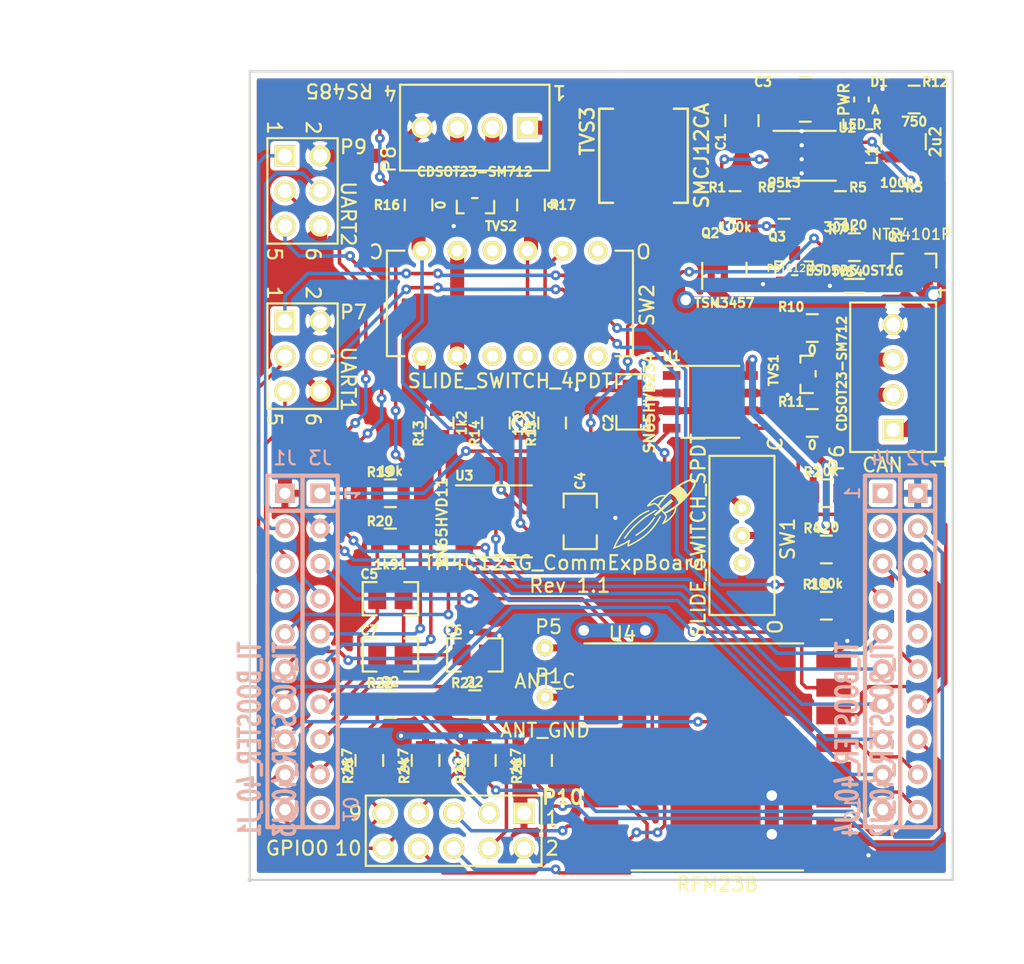
<source format=kicad_pcb>
(kicad_pcb (version 3) (host pcbnew "(2013-07-07 BZR 4022)-stable")
  (title_block (title "TM4C123G Communication Expansion Board") (rev 1.1) (company "Luca Buccolini, Student @ Università Politecnica delle Marche") (comment 1 "Expansion Board for the Texas Instruments TM4C123G Launchpad "))
  (layers (15 F.Cu signal) (0 B.Cu signal) (18 B.Paste user) (19 F.Paste user) (20 B.SilkS user) (21 F.SilkS user) (22 B.Mask user) (23 F.Mask user) (28 Edge.Cuts user))
  (net 0 "")
  (net 1 +12V_BUS)
  (net 2 +3.3V)
  (net 3 +5V_TLP)
  (net 4 "/Expansion Board/CAN0_EN")
  (net 5 "/Expansion Board/CAN0_RS")
  (net 6 "/Expansion Board/CAN0_RX")
  (net 7 "/Expansion Board/CAN0_TX")
  (net 8 "/Expansion Board/CAN_H")
  (net 9 "/Expansion Board/CAN_L")
  (net 10 "/Expansion Board/RFM_CLK")
  (net 11 "/Expansion Board/RFM_GPIO0")
  (net 12 "/Expansion Board/RFM_MISO")
  (net 13 "/Expansion Board/RFM_MOSI")
  (net 14 "/Expansion Board/RFM_NIRQ")
  (net 15 "/Expansion Board/RFM_SCLK")
  (net 16 "/Expansion Board/RFM_SDN")
  (net 17 "/Expansion Board/RFM_SSEL")
  (net 18 "/Expansion Board/RS485_A")
  (net 19 "/Expansion Board/RS485_B")
  (net 20 "/Expansion Board/RS485_RXEN#")
  (net 21 "/Expansion Board/RS485_TXEN")
  (net 22 "/Expansion Board/UART3_RX")
  (net 23 "/Expansion Board/UART3_TX")
  (net 24 "/TM4C123G Connectors/+12V_BUS_UNP")
  (net 25 "/TM4C123G Connectors/AIN0")
  (net 26 "/TM4C123G Connectors/AIN1")
  (net 27 "/TM4C123G Connectors/EXT_AIN0")
  (net 28 "/TM4C123G Connectors/EXT_AIN1")
  (net 29 "/TM4C123G Connectors/I2C0_SCL")
  (net 30 "/TM4C123G Connectors/I2C0_SDA")
  (net 31 "/TM4C123G Connectors/I2C1_SCL")
  (net 32 "/TM4C123G Connectors/I2C1_SDA")
  (net 33 "/TM4C123G Connectors/RFM_GPIO0")
  (net 34 "/TM4C123G Connectors/UART1_CTS")
  (net 35 "/TM4C123G Connectors/UART1_RTS")
  (net 36 "/TM4C123G Connectors/UART1_RX")
  (net 37 "/TM4C123G Connectors/UART1_TX")
  (net 38 "/TM4C123G Connectors/UART2_RST")
  (net 39 "/TM4C123G Connectors/UART2_RX")
  (net 40 "/TM4C123G Connectors/UART2_TREQ")
  (net 41 "/TM4C123G Connectors/UART2_TX")
  (net 42 "/TM4C123G Connectors/V_AN_MONITOR")
  (net 43 GND)
  (net 44 N-0000050)
  (net 45 N-0000052)
  (net 46 N-0000056)
  (net 47 N-0000057)
  (net 48 N-0000058)
  (net 49 N-0000059)
  (net 50 N-0000060)
  (net 51 N-0000061)
  (net 52 N-0000062)
  (net 53 N-0000063)
  (net 54 N-0000064)
  (net 55 N-0000067)
  (net 56 N-0000068)
  (net 57 N-0000069)
  (net 58 N-0000070)
  (net 59 N-0000071)
  (net 60 N-0000072)
  (net 61 N-0000073)
  (module LOGO (layer F.Cu) (at 154.94 89.154)
    (fp_text reference G1 hide)
    (fp_text value LOGO hide)
  )
  (module SSOP8_MD (layer F.Cu) (at 166.37 63.246 270)
    (fp_text reference U2 (at -2.032 -2.54 360) (layer F.SilkS) (effects (font (size 0.65 0.65) (thickness 0.16))))
    (fp_text value TPS62160 hide)
    (pad 1 smd rect (at -0.9779 2.2225 270) (size 0.4064 1.27) (layers F.Cu F.Paste F.Mask) (net 43 GND) (clearance 0.2032))
    (pad 2 smd rect (at -0.3302 2.2225 270) (size 0.4064 1.27) (layers F.Cu F.Paste F.Mask) (net 1 +12V_BUS) (clearance 0.2032))
    (pad 3 smd rect (at 0.3302 2.2225 270) (size 0.4064 1.27) (layers F.Cu F.Paste F.Mask) (net 45 N-0000052) (clearance 0.2032))
    (pad 4 smd rect (at 0.9779 2.2225 270) (size 0.4064 1.27) (layers F.Cu F.Paste F.Mask) (net 43 GND) (clearance 0.2032))
    (pad 5 smd rect (at 0.9779 -2.2225 270) (size 0.4064 1.27) (layers F.Cu F.Paste F.Mask) (net 49 N-0000059) (clearance 0.2032))
    (pad 6 smd rect (at 0.3302 -2.2225 270) (size 0.4064 1.27) (layers F.Cu F.Paste F.Mask) (net 57 N-0000069) (clearance 0.2032))
    (pad 7 smd rect (at -0.3302 -2.2225 270) (size 0.4064 1.27) (layers F.Cu F.Paste F.Mask) (net 56 N-0000068) (clearance 0.2032))
    (pad 8 smd rect (at -0.9779 -2.2225 270) (size 0.4064 1.27) (layers F.Cu F.Paste F.Mask) (net 60 N-0000072) (clearance 0.2032))
  )
  (module c_1210_MD (layer F.Cu) (at 165.862 59.182)
    (fp_text reference C3 (at -3.048 -1.27) (layer F.SilkS) (effects (font (size 0.65 0.65) (thickness 0.16))))
    (fp_text value 22u hide)
    (pad 1 smd rect (at 1.397 0) (size 1.6002 2.6924) (layers F.Cu F.Paste F.Mask) (net 57 N-0000069))
    (pad 2 smd rect (at -1.397 0) (size 1.6002 2.6924) (layers F.Cu F.Paste F.Mask) (net 43 GND))
  )
  (module c_0805_MD (layer F.Cu) (at 135.89 95.25 180)
    (fp_text reference C5 (at 1.524 1.778 180) (layer F.SilkS) (effects (font (size 0.65 0.65) (thickness 0.16))))
    (fp_text value 10n hide)
    (pad 1 smd rect (at 0.9525 0 180) (size 1.30048 1.4986) (layers F.Cu F.Paste F.Mask) (net 42 "/TM4C123G Connectors/V_AN_MONITOR"))
    (pad 2 smd rect (at -0.9525 0 180) (size 1.30048 1.4986) (layers F.Cu F.Paste F.Mask) (net 43 GND))
  )
  (module c_0805_MD (layer F.Cu) (at 149.606 89.662 90)
    (fp_text reference C4 (at 2.921 0 90) (layer F.SilkS) (effects (font (size 0.65 0.65) (thickness 0.16))))
    (fp_text value 100n hide)
    (pad 1 smd rect (at 0.9525 0 90) (size 1.30048 1.4986) (layers F.Cu F.Paste F.Mask) (net 2 +3.3V))
    (pad 2 smd rect (at -0.9525 0 90) (size 1.30048 1.4986) (layers F.Cu F.Paste F.Mask) (net 43 GND))
  )
  (module c_0805_MD (layer F.Cu) (at 141.986 99.314)
    (fp_text reference C6 (at -1.524 -1.778) (layer F.SilkS) (effects (font (size 0.65 0.65) (thickness 0.16))))
    (fp_text value 1n hide)
    (pad 1 smd rect (at 0.9525 0) (size 1.30048 1.4986) (layers F.Cu F.Paste F.Mask) (net 26 "/TM4C123G Connectors/AIN1"))
    (pad 2 smd rect (at -0.9525 0) (size 1.30048 1.4986) (layers F.Cu F.Paste F.Mask) (net 43 GND))
  )
  (module c_0805_MD (layer F.Cu) (at 153.416 81.026 270)
    (fp_text reference C2 (at 1.524 1.778 270) (layer F.SilkS) (effects (font (size 0.65 0.65) (thickness 0.16))))
    (fp_text value 100n hide)
    (pad 1 smd rect (at 0.9525 0 270) (size 1.30048 1.4986) (layers F.Cu F.Paste F.Mask) (net 2 +3.3V))
    (pad 2 smd rect (at -0.9525 0 270) (size 1.30048 1.4986) (layers F.Cu F.Paste F.Mask) (net 43 GND))
  )
  (module c_0805_MD (layer F.Cu) (at 135.89 99.314 180)
    (fp_text reference C7 (at 1.524 1.778 180) (layer F.SilkS) (effects (font (size 0.65 0.65) (thickness 0.16))))
    (fp_text value 1n hide)
    (pad 1 smd rect (at 0.9525 0 180) (size 1.30048 1.4986) (layers F.Cu F.Paste F.Mask) (net 25 "/TM4C123G Connectors/AIN0"))
    (pad 2 smd rect (at -0.9525 0 180) (size 1.30048 1.4986) (layers F.Cu F.Paste F.Mask) (net 43 GND))
  )
  (module R_0805_MD (layer F.Cu) (at 135.89 87.63 180)
    (fp_text reference R19 (at 0.762 1.524 180) (layer F.SilkS) (effects (font (size 0.65 0.65) (thickness 0.16))))
    (fp_text value 10k (at 0 1.6 180) (layer F.SilkS) (effects (font (size 0.65 0.65) (thickness 0.16))))
    (pad 1 smd rect (at -0.9525 0 180) (size 0.889 1.397) (layers F.Cu F.Paste F.Mask) (net 1 +12V_BUS))
    (pad 2 smd rect (at 0.9525 0 180) (size 0.889 1.397) (layers F.Cu F.Paste F.Mask) (net 42 "/TM4C123G Connectors/V_AN_MONITOR"))
  )
  (module R_0805_MD (layer F.Cu) (at 166.37 82.55)
    (fp_text reference R11 (at -1.524 -1.524) (layer F.SilkS) (effects (font (size 0.65 0.65) (thickness 0.16))))
    (fp_text value 0 (at 0 1.6) (layer F.SilkS) (effects (font (size 0.65 0.65) (thickness 0.16))))
    (pad 1 smd rect (at -0.9525 0) (size 0.889 1.397) (layers F.Cu F.Paste F.Mask) (net 51 N-0000061))
    (pad 2 smd rect (at 0.9525 0) (size 0.889 1.397) (layers F.Cu F.Paste F.Mask) (net 9 "/Expansion Board/CAN_L"))
  )
  (module R_0805_MD (layer F.Cu) (at 147.574 82.55 270)
    (fp_text reference R15 (at 0.762 1.524 270) (layer F.SilkS) (effects (font (size 0.65 0.65) (thickness 0.16))))
    (fp_text value 1k2 (at 0 1.6 270) (layer F.SilkS) (effects (font (size 0.65 0.65) (thickness 0.16))))
    (pad 1 smd rect (at -0.9525 0 270) (size 0.889 1.397) (layers F.Cu F.Paste F.Mask) (net 2 +3.3V))
    (pad 2 smd rect (at 0.9525 0 270) (size 0.889 1.397) (layers F.Cu F.Paste F.Mask) (net 59 N-0000071))
  )
  (module R_0805_MD (layer F.Cu) (at 167.386 91.694 180)
    (fp_text reference R4 (at 1.016 1.524 180) (layer F.SilkS) (effects (font (size 0.65 0.65) (thickness 0.16))))
    (fp_text value 120 (at 0 1.6 180) (layer F.SilkS) (effects (font (size 0.65 0.65) (thickness 0.16))))
    (pad 1 smd rect (at -0.9525 0 180) (size 0.889 1.397) (layers F.Cu F.Paste F.Mask) (net 51 N-0000061))
    (pad 2 smd rect (at 0.9525 0 180) (size 0.889 1.397) (layers F.Cu F.Paste F.Mask) (net 46 N-0000056))
  )
  (module R_0805_MD (layer F.Cu) (at 167.386 95.758 180)
    (fp_text reference R18 (at 0.762 1.524 180) (layer F.SilkS) (effects (font (size 0.65 0.65) (thickness 0.16))))
    (fp_text value 100k (at 0 1.6 180) (layer F.SilkS) (effects (font (size 0.65 0.65) (thickness 0.16))))
    (pad 1 smd rect (at -0.9525 0 180) (size 0.889 1.397) (layers F.Cu F.Paste F.Mask) (net 16 "/Expansion Board/RFM_SDN"))
    (pad 2 smd rect (at 0.9525 0 180) (size 0.889 1.397) (layers F.Cu F.Paste F.Mask) (net 2 +3.3V))
  )
  (module R_0805_MD (layer F.Cu) (at 167.386 87.63 180)
    (fp_text reference R2 (at 1.016 1.524 180) (layer F.SilkS) (effects (font (size 0.65 0.65) (thickness 0.16))))
    (fp_text value 10k (at 0 1.6 180) (layer F.SilkS) (effects (font (size 0.65 0.65) (thickness 0.16))))
    (pad 1 smd rect (at -0.9525 0 180) (size 0.889 1.397) (layers F.Cu F.Paste F.Mask) (net 5 "/Expansion Board/CAN0_RS"))
    (pad 2 smd rect (at 0.9525 0 180) (size 0.889 1.397) (layers F.Cu F.Paste F.Mask) (net 53 N-0000063))
  )
  (module R_0805_MD (layer F.Cu) (at 135.89 91.186)
    (fp_text reference R20 (at -0.762 -1.524) (layer F.SilkS) (effects (font (size 0.65 0.65) (thickness 0.16))))
    (fp_text value 1k91 (at 0 1.6) (layer F.SilkS) (effects (font (size 0.65 0.65) (thickness 0.16))))
    (pad 1 smd rect (at -0.9525 0) (size 0.889 1.397) (layers F.Cu F.Paste F.Mask) (net 42 "/TM4C123G Connectors/V_AN_MONITOR"))
    (pad 2 smd rect (at 0.9525 0) (size 0.889 1.397) (layers F.Cu F.Paste F.Mask) (net 43 GND))
  )
  (module R_0805_MD (layer F.Cu) (at 142.494 106.934 270)
    (fp_text reference R23 (at 0.762 1.524 270) (layer F.SilkS) (effects (font (size 0.65 0.65) (thickness 0.16))))
    (fp_text value 4k7 (at 0 1.6 270) (layer F.SilkS) (effects (font (size 0.65 0.65) (thickness 0.16))))
    (pad 1 smd rect (at -0.9525 0 270) (size 0.889 1.397) (layers F.Cu F.Paste F.Mask) (net 2 +3.3V))
    (pad 2 smd rect (at 0.9525 0 270) (size 0.889 1.397) (layers F.Cu F.Paste F.Mask) (net 30 "/TM4C123G Connectors/I2C0_SDA"))
  )
  (module R_0805_MD (layer F.Cu) (at 138.43 106.934 270)
    (fp_text reference R24 (at 0.762 1.524 270) (layer F.SilkS) (effects (font (size 0.65 0.65) (thickness 0.16))))
    (fp_text value 4k7 (at 0 1.6 270) (layer F.SilkS) (effects (font (size 0.65 0.65) (thickness 0.16))))
    (pad 1 smd rect (at -0.9525 0 270) (size 0.889 1.397) (layers F.Cu F.Paste F.Mask) (net 2 +3.3V))
    (pad 2 smd rect (at 0.9525 0 270) (size 0.889 1.397) (layers F.Cu F.Paste F.Mask) (net 31 "/TM4C123G Connectors/I2C1_SCL"))
  )
  (module R_0805_MD (layer F.Cu) (at 134.366 106.934 270)
    (fp_text reference R25 (at 0.762 1.524 270) (layer F.SilkS) (effects (font (size 0.65 0.65) (thickness 0.16))))
    (fp_text value 4k7 (at 0 1.6 270) (layer F.SilkS) (effects (font (size 0.65 0.65) (thickness 0.16))))
    (pad 1 smd rect (at -0.9525 0 270) (size 0.889 1.397) (layers F.Cu F.Paste F.Mask) (net 2 +3.3V))
    (pad 2 smd rect (at 0.9525 0 270) (size 0.889 1.397) (layers F.Cu F.Paste F.Mask) (net 32 "/TM4C123G Connectors/I2C1_SDA"))
  )
  (module R_0805_MD (layer F.Cu) (at 146.558 106.934 270)
    (fp_text reference R26 (at 0.762 1.524 270) (layer F.SilkS) (effects (font (size 0.65 0.65) (thickness 0.16))))
    (fp_text value 4k7 (at 0 1.6 270) (layer F.SilkS) (effects (font (size 0.65 0.65) (thickness 0.16))))
    (pad 1 smd rect (at -0.9525 0 270) (size 0.889 1.397) (layers F.Cu F.Paste F.Mask) (net 2 +3.3V))
    (pad 2 smd rect (at 0.9525 0 270) (size 0.889 1.397) (layers F.Cu F.Paste F.Mask) (net 29 "/TM4C123G Connectors/I2C0_SCL"))
  )
  (module R_0805_MD (layer F.Cu) (at 141.986 102.87 180)
    (fp_text reference R21 (at 0.762 1.524 180) (layer F.SilkS) (effects (font (size 0.65 0.65) (thickness 0.16))))
    (fp_text value 22 (at 0 1.6 180) (layer F.SilkS) (effects (font (size 0.65 0.65) (thickness 0.16))))
    (pad 1 smd rect (at -0.9525 0 180) (size 0.889 1.397) (layers F.Cu F.Paste F.Mask) (net 28 "/TM4C123G Connectors/EXT_AIN1"))
    (pad 2 smd rect (at 0.9525 0 180) (size 0.889 1.397) (layers F.Cu F.Paste F.Mask) (net 26 "/TM4C123G Connectors/AIN1"))
  )
  (module R_0805_MD (layer F.Cu) (at 135.89 102.87 180)
    (fp_text reference R22 (at 0.762 1.524 180) (layer F.SilkS) (effects (font (size 0.65 0.65) (thickness 0.16))))
    (fp_text value 22 (at 0 1.6 180) (layer F.SilkS) (effects (font (size 0.65 0.65) (thickness 0.16))))
    (pad 1 smd rect (at -0.9525 0 180) (size 0.889 1.397) (layers F.Cu F.Paste F.Mask) (net 27 "/TM4C123G Connectors/EXT_AIN0"))
    (pad 2 smd rect (at 0.9525 0 180) (size 0.889 1.397) (layers F.Cu F.Paste F.Mask) (net 25 "/TM4C123G Connectors/AIN0"))
  )
  (module R_0805_MD (layer F.Cu) (at 137.922 66.802 90)
    (fp_text reference R16 (at 0 -2.286 180) (layer F.SilkS) (effects (font (size 0.65 0.65) (thickness 0.16))))
    (fp_text value 0 (at 0 1.6 90) (layer F.SilkS) (effects (font (size 0.65 0.65) (thickness 0.16))))
    (pad 1 smd rect (at -0.9525 0 90) (size 0.889 1.397) (layers F.Cu F.Paste F.Mask) (net 50 N-0000060))
    (pad 2 smd rect (at 0.9525 0 90) (size 0.889 1.397) (layers F.Cu F.Paste F.Mask) (net 19 "/Expansion Board/RS485_B"))
  )
  (module R_0805_MD (layer F.Cu) (at 160.782 66.802)
    (fp_text reference R1 (at -1.27 -1.27) (layer F.SilkS) (effects (font (size 0.65 0.65) (thickness 0.16))))
    (fp_text value 100k (at 0 1.6) (layer F.SilkS) (effects (font (size 0.65 0.65) (thickness 0.16))))
    (pad 1 smd rect (at -0.9525 0) (size 0.889 1.397) (layers F.Cu F.Paste F.Mask) (net 45 N-0000052))
    (pad 2 smd rect (at 0.9525 0) (size 0.889 1.397) (layers F.Cu F.Paste F.Mask) (net 1 +12V_BUS))
  )
  (module R_0805_MD (layer F.Cu) (at 146.05 66.802 90)
    (fp_text reference R17 (at 0 2.286 180) (layer F.SilkS) (effects (font (size 0.65 0.65) (thickness 0.16))))
    (fp_text value 0 (at 0 1.6 90) (layer F.SilkS) (effects (font (size 0.65 0.65) (thickness 0.16))))
    (pad 1 smd rect (at -0.9525 0 90) (size 0.889 1.397) (layers F.Cu F.Paste F.Mask) (net 47 N-0000057))
    (pad 2 smd rect (at 0.9525 0 90) (size 0.889 1.397) (layers F.Cu F.Paste F.Mask) (net 18 "/Expansion Board/RS485_A"))
  )
  (module R_0805_MD (layer F.Cu) (at 173.736 59.182)
    (fp_text reference R12 (at 1.524 -1.27) (layer F.SilkS) (effects (font (size 0.65 0.65) (thickness 0.16))))
    (fp_text value 750 (at 0 1.6) (layer F.SilkS) (effects (font (size 0.65 0.65) (thickness 0.16))))
    (pad 1 smd rect (at -0.9525 0) (size 0.889 1.397) (layers F.Cu F.Paste F.Mask) (net 55 N-0000067))
    (pad 2 smd rect (at 0.9525 0) (size 0.889 1.397) (layers F.Cu F.Paste F.Mask) (net 57 N-0000069))
  )
  (module R_0805_MD (layer F.Cu) (at 172.466 66.802 180)
    (fp_text reference R3 (at -1.27 1.27 180) (layer F.SilkS) (effects (font (size 0.65 0.65) (thickness 0.16))))
    (fp_text value 100k (at 0 1.6 180) (layer F.SilkS) (effects (font (size 0.65 0.65) (thickness 0.16))))
    (pad 1 smd rect (at -0.9525 0 180) (size 0.889 1.397) (layers F.Cu F.Paste F.Mask) (net 60 N-0000072))
    (pad 2 smd rect (at 0.9525 0 180) (size 0.889 1.397) (layers F.Cu F.Paste F.Mask) (net 57 N-0000069))
  )
  (module R_0805_MD (layer F.Cu) (at 139.446 82.55 90)
    (fp_text reference R13 (at -0.762 -1.524 90) (layer F.SilkS) (effects (font (size 0.65 0.65) (thickness 0.16))))
    (fp_text value 1k2 (at 0 1.6 90) (layer F.SilkS) (effects (font (size 0.65 0.65) (thickness 0.16))))
    (pad 1 smd rect (at -0.9525 0 90) (size 0.889 1.397) (layers F.Cu F.Paste F.Mask) (net 43 GND))
    (pad 2 smd rect (at 0.9525 0 90) (size 0.889 1.397) (layers F.Cu F.Paste F.Mask) (net 48 N-0000058))
  )
  (module R_0805_MD (layer F.Cu) (at 168.402 66.802)
    (fp_text reference R5 (at 1.27 -1.27) (layer F.SilkS) (effects (font (size 0.65 0.65) (thickness 0.16))))
    (fp_text value 300k (at 0 1.6) (layer F.SilkS) (effects (font (size 0.65 0.65) (thickness 0.16))))
    (pad 1 smd rect (at -0.9525 0) (size 0.889 1.397) (layers F.Cu F.Paste F.Mask) (net 49 N-0000059))
    (pad 2 smd rect (at 0.9525 0) (size 0.889 1.397) (layers F.Cu F.Paste F.Mask) (net 57 N-0000069))
  )
  (module R_0805_MD (layer F.Cu) (at 164.338 66.802 180)
    (fp_text reference R6 (at 1.27 1.27 180) (layer F.SilkS) (effects (font (size 0.65 0.65) (thickness 0.16))))
    (fp_text value 95k3 (at 0 1.6 180) (layer F.SilkS) (effects (font (size 0.65 0.65) (thickness 0.16))))
    (pad 1 smd rect (at -0.9525 0 180) (size 0.889 1.397) (layers F.Cu F.Paste F.Mask) (net 49 N-0000059))
    (pad 2 smd rect (at 0.9525 0 180) (size 0.889 1.397) (layers F.Cu F.Paste F.Mask) (net 43 GND))
  )
  (module R_0805_MD (layer F.Cu) (at 166.37 75.692)
    (fp_text reference R10 (at -1.524 -1.524) (layer F.SilkS) (effects (font (size 0.65 0.65) (thickness 0.16))))
    (fp_text value 0 (at 0 1.6) (layer F.SilkS) (effects (font (size 0.65 0.65) (thickness 0.16))))
    (pad 1 smd rect (at -0.9525 0) (size 0.889 1.397) (layers F.Cu F.Paste F.Mask) (net 52 N-0000062))
    (pad 2 smd rect (at 0.9525 0) (size 0.889 1.397) (layers F.Cu F.Paste F.Mask) (net 8 "/Expansion Board/CAN_H"))
  )
  (module R_0805_MD (layer F.Cu) (at 143.51 82.55 90)
    (fp_text reference R14 (at -0.762 -1.524 90) (layer F.SilkS) (effects (font (size 0.65 0.65) (thickness 0.16))))
    (fp_text value 120 (at 0 1.6 90) (layer F.SilkS) (effects (font (size 0.65 0.65) (thickness 0.16))))
    (pad 1 smd rect (at -0.9525 0 90) (size 0.889 1.397) (layers F.Cu F.Paste F.Mask) (net 59 N-0000071))
    (pad 2 smd rect (at 0.9525 0 90) (size 0.889 1.397) (layers F.Cu F.Paste F.Mask) (net 61 N-0000073))
  )
  (module RFM23B_MD (layer F.Cu) (at 159.512 106.68)
    (fp_text reference U4 (at -6.858 -8.89) (layer F.SilkS) (effects (font (thickness 0.16))))
    (fp_text value RFM23B (at 0 9.2) (layer F.SilkS) (effects (font (thickness 0.16))))
    (pad 1 smd rect (at -8.4 -7) (size 2.5 1.3) (layers F.Cu F.Paste F.Mask) (net 54 N-0000064))
    (pad 2 smd rect (at -8.4 -5) (size 2.5 1.3) (layers F.Cu F.Paste F.Mask) (net 44 N-0000050))
    (pad 3 smd rect (at -8.4 -3) (size 2.5 1.3) (layers F.Cu F.Paste F.Mask))
    (pad 4 smd rect (at -8.4 -1) (size 2.5 1.3) (layers F.Cu F.Paste F.Mask))
    (pad 5 smd rect (at -8.4 1) (size 2.5 1.3) (layers F.Cu F.Paste F.Mask) (net 2 +3.3V))
    (pad 6 smd rect (at -8.4 3) (size 2.5 1.3) (layers F.Cu F.Paste F.Mask) (net 11 "/Expansion Board/RFM_GPIO0"))
    (pad 7 smd rect (at -8.4 5) (size 2.5 1.3) (layers F.Cu F.Paste F.Mask) (net 33 "/TM4C123G Connectors/RFM_GPIO0"))
    (pad 8 smd rect (at -8.4 7) (size 2.5 1.3) (layers F.Cu F.Paste F.Mask) (net 10 "/Expansion Board/RFM_CLK"))
    (pad 9 smd rect (at 8.4 7) (size 2.5 1.3) (layers F.Cu F.Paste F.Mask) (net 43 GND))
    (pad 10 smd rect (at 8.4 5) (size 2.5 1.3) (layers F.Cu F.Paste F.Mask) (net 12 "/Expansion Board/RFM_MISO"))
    (pad 11 smd rect (at 8.4 3) (size 2.5 1.3) (layers F.Cu F.Paste F.Mask) (net 13 "/Expansion Board/RFM_MOSI"))
    (pad 12 smd rect (at 8.4 1) (size 2.5 1.3) (layers F.Cu F.Paste F.Mask) (net 15 "/Expansion Board/RFM_SCLK"))
    (pad 13 smd rect (at 8.4 -1) (size 2.5 1.3) (layers F.Cu F.Paste F.Mask) (net 17 "/Expansion Board/RFM_SSEL"))
    (pad 14 smd rect (at 8.4 -3) (size 2.5 1.3) (layers F.Cu F.Paste F.Mask) (net 14 "/Expansion Board/RFM_NIRQ"))
    (pad 15 smd rect (at 8.4 -5) (size 2.5 1.3) (layers F.Cu F.Paste F.Mask) (net 16 "/Expansion Board/RFM_SDN"))
    (pad 16 smd rect (at 8.4 -7) (size 2.5 1.3) (layers F.Cu F.Paste F.Mask) (net 43 GND))
  )
  (module c_1206_MD (layer F.Cu) (at 161.29 60.706 270)
    (fp_text reference C1 (at 1.524 1.524 270) (layer F.SilkS) (effects (font (size 0.65 0.65) (thickness 0.16))))
    (fp_text value 10u hide)
    (pad 1 smd rect (at 1.397 0 270) (size 1.6002 1.8034) (layers F.Cu F.Paste F.Mask) (net 1 +12V_BUS))
    (pad 2 smd rect (at -1.397 0 270) (size 1.6002 1.8034) (layers F.Cu F.Paste F.Mask) (net 43 GND))
  )
  (module SOT23GDS_MD (layer F.Cu) (at 173.736 71.12 180)
    (fp_text reference Q1 (at 1.27 2.032 180) (layer F.SilkS) (effects (font (size 0.635 0.635) (thickness 0.1524))))
    (fp_text value NTR4101P (at 0.2 2.2 180) (layer F.SilkS) (effects (font (size 0.762 0.762) (thickness 0.12954))))
    (pad S smd rect (at -0.889 -1.016 180) (size 0.9144 0.9144) (layers F.Cu F.Paste F.Mask) (net 2 +3.3V))
    (pad G smd rect (at 0.889 -1.016 180) (size 0.9144 0.9144) (layers F.Cu F.Paste F.Mask) (net 58 N-0000070))
    (pad D smd rect (at 0 1.016 180) (size 0.9144 0.9144) (layers F.Cu F.Paste F.Mask) (net 57 N-0000069))
  )
  (module SOT23_MD (layer F.Cu) (at 166.116 78.994 90)
    (fp_text reference TVS1 (at 0.254 -2.54 90) (layer F.SilkS) (effects (font (size 0.65 0.65) (thickness 0.16))))
    (fp_text value CDSOT23-SM712 (at 0 2.4 90) (layer F.SilkS) (effects (font (size 0.65 0.65) (thickness 0.16))))
    (pad 3 smd rect (at 0 -1.09982 90) (size 0.8001 1.00076) (layers F.Cu F.Paste F.Mask) (net 43 GND))
    (pad 2 smd rect (at 0.9525 1.09982 90) (size 0.8001 1.00076) (layers F.Cu F.Paste F.Mask) (net 8 "/Expansion Board/CAN_H"))
    (pad 1 smd rect (at -0.9525 1.09982 90) (size 0.8001 1.00076) (layers F.Cu F.Paste F.Mask) (net 9 "/Expansion Board/CAN_L"))
  )
  (module SOT23_MD (layer F.Cu) (at 141.986 66.802 180)
    (fp_text reference TVS2 (at -1.905 -1.524 180) (layer F.SilkS) (effects (font (size 0.65 0.65) (thickness 0.16))))
    (fp_text value CDSOT23-SM712 (at 0 2.4 180) (layer F.SilkS) (effects (font (size 0.65 0.65) (thickness 0.16))))
    (pad 3 smd rect (at 0 -1.09982 180) (size 0.8001 1.00076) (layers F.Cu F.Paste F.Mask) (net 43 GND))
    (pad 2 smd rect (at 0.9525 1.09982 180) (size 0.8001 1.00076) (layers F.Cu F.Paste F.Mask) (net 19 "/Expansion Board/RS485_B"))
    (pad 1 smd rect (at -0.9525 1.09982 180) (size 0.8001 1.00076) (layers F.Cu F.Paste F.Mask) (net 18 "/Expansion Board/RS485_A"))
  )
  (module SM_IND_NR3015_MD (layer F.Cu) (at 172.974 62.23 90)
    (fp_text reference L1 (at -1.016 -2.286 90) (layer F.SilkS) (effects (font (size 0.8 0.8) (thickness 0.16))))
    (fp_text value 2u2 (at 0 2.3 90) (layer F.SilkS) (effects (font (size 0.8 0.8) (thickness 0.16))))
    (pad 1 smd rect (at -1.1 0 90) (size 0.8 2.7) (layers F.Cu F.Paste F.Mask) (net 56 N-0000068))
    (pad 2 smd rect (at 1.1 0 90) (size 0.8 2.7) (layers F.Cu F.Paste F.Mask) (net 57 N-0000069))
  )
  (module SOT26_MD (layer F.Cu) (at 160.02 71.374)
    (fp_text reference Q2 (at -1.016 -2.54) (layer F.SilkS) (effects (font (size 0.65 0.65) (thickness 0.16))))
    (fp_text value TSM3457 (at 0 2.5) (layer F.SilkS) (effects (font (size 0.65 0.65) (thickness 0.16))))
    (pad D smd rect (at -0.95 1.15) (size 0.6 0.9) (layers F.Cu F.Paste F.Mask) (net 24 "/TM4C123G Connectors/+12V_BUS_UNP"))
    (pad D smd rect (at 0 1.15) (size 0.6 0.9) (layers F.Cu F.Paste F.Mask) (net 24 "/TM4C123G Connectors/+12V_BUS_UNP"))
    (pad G smd rect (at 0.95 1.15) (size 0.6 0.9) (layers F.Cu F.Paste F.Mask) (net 43 GND))
    (pad S smd rect (at 0.95 -1.15) (size 0.6 0.9) (layers F.Cu F.Paste F.Mask) (net 1 +12V_BUS))
    (pad D smd rect (at 0 -1.15) (size 0.6 0.9) (layers F.Cu F.Paste F.Mask) (net 24 "/TM4C123G Connectors/+12V_BUS_UNP"))
    (pad D smd rect (at -0.95 -1.15) (size 0.6 0.9) (layers F.Cu F.Paste F.Mask) (net 24 "/TM4C123G Connectors/+12V_BUS_UNP"))
  )
  (module pin_array_3x2_MD (layer F.Cu) (at 129.54 65.786 270)
    (fp_text reference P9 (at -3.175 -3.683 360) (layer F.SilkS) (effects (font (thickness 0.16))))
    (fp_text value UART2 hide)
    (pad 1 thru_hole rect (at -2.54 1.27 270) (size 1.524 1.524) (drill 1.016) (layers *.Cu *.Mask F.SilkS) (net 40 "/TM4C123G Connectors/UART2_TREQ"))
    (pad 2 thru_hole circle (at -2.54 -1.27 270) (size 1.524 1.524) (drill 1.016) (layers *.Cu *.Mask F.SilkS) (net 43 GND))
    (pad 3 thru_hole circle (at 0 1.27 270) (size 1.524 1.524) (drill 1.016) (layers *.Cu *.Mask F.SilkS) (net 41 "/TM4C123G Connectors/UART2_TX"))
    (pad 4 thru_hole circle (at 0 -1.27 270) (size 1.524 1.524) (drill 1.016) (layers *.Cu *.Mask F.SilkS) (net 38 "/TM4C123G Connectors/UART2_RST"))
    (pad 5 thru_hole circle (at 2.54 1.27 270) (size 1.524 1.524) (drill 1.016) (layers *.Cu *.Mask F.SilkS) (net 39 "/TM4C123G Connectors/UART2_RX"))
    (pad 6 thru_hole circle (at 2.54 -1.27 270) (size 1.524 1.524) (drill 1.016) (layers *.Cu *.Mask F.SilkS) (net 2 +3.3V))
  )
  (module pin_array_3x2_MD (layer F.Cu) (at 129.54 77.724 270)
    (fp_text reference P7 (at -3.175 -3.683 360) (layer F.SilkS) (effects (font (thickness 0.16))))
    (fp_text value UART1 hide)
    (pad 1 thru_hole rect (at -2.54 1.27 270) (size 1.524 1.524) (drill 1.016) (layers *.Cu *.Mask F.SilkS) (net 35 "/TM4C123G Connectors/UART1_RTS"))
    (pad 2 thru_hole circle (at -2.54 -1.27 270) (size 1.524 1.524) (drill 1.016) (layers *.Cu *.Mask F.SilkS) (net 43 GND))
    (pad 3 thru_hole circle (at 0 1.27 270) (size 1.524 1.524) (drill 1.016) (layers *.Cu *.Mask F.SilkS) (net 37 "/TM4C123G Connectors/UART1_TX"))
    (pad 4 thru_hole circle (at 0 -1.27 270) (size 1.524 1.524) (drill 1.016) (layers *.Cu *.Mask F.SilkS) (net 34 "/TM4C123G Connectors/UART1_CTS"))
    (pad 5 thru_hole circle (at 2.54 1.27 270) (size 1.524 1.524) (drill 1.016) (layers *.Cu *.Mask F.SilkS) (net 36 "/TM4C123G Connectors/UART1_RX"))
    (pad 6 thru_hole circle (at 2.54 -1.27 270) (size 1.524 1.524) (drill 1.016) (layers *.Cu *.Mask F.SilkS) (net 2 +3.3V))
  )
  (module CONN_MPT_4x1_MD (layer F.Cu) (at 172.212 79.248 90)
    (fp_text reference P6 (at -5.842 -4.064 90) (layer F.SilkS) (effects (font (thickness 0.16))))
    (fp_text value CAN hide)
    (pad 1 thru_hole rect (at -3.81 0 90) (size 1.524 1.524) (drill 1.016) (layers *.Cu *.Mask F.SilkS) (net 24 "/TM4C123G Connectors/+12V_BUS_UNP"))
    (pad 2 thru_hole circle (at -1.27 0 90) (size 1.524 1.524) (drill 1.016) (layers *.Cu *.Mask F.SilkS) (net 9 "/Expansion Board/CAN_L"))
    (pad 3 thru_hole circle (at 1.27 0 90) (size 1.524 1.524) (drill 1.016) (layers *.Cu *.Mask F.SilkS) (net 8 "/Expansion Board/CAN_H"))
    (pad 4 thru_hole circle (at 3.81 0 90) (size 1.524 1.524) (drill 1.016) (layers *.Cu *.Mask F.SilkS) (net 43 GND))
  )
  (module CONN_MPT_4x1_MD (layer F.Cu) (at 141.986 61.214 180)
    (fp_text reference P8 (at 6.223 -2.286 270) (layer F.SilkS) (effects (font (thickness 0.16))))
    (fp_text value RS485 hide)
    (pad 1 thru_hole rect (at -3.81 0 180) (size 1.524 1.524) (drill 1.016) (layers *.Cu *.Mask F.SilkS) (net 24 "/TM4C123G Connectors/+12V_BUS_UNP"))
    (pad 2 thru_hole circle (at -1.27 0 180) (size 1.524 1.524) (drill 1.016) (layers *.Cu *.Mask F.SilkS) (net 18 "/Expansion Board/RS485_A"))
    (pad 3 thru_hole circle (at 1.27 0 180) (size 1.524 1.524) (drill 1.016) (layers *.Cu *.Mask F.SilkS) (net 19 "/Expansion Board/RS485_B"))
    (pad 4 thru_hole circle (at 3.81 0 180) (size 1.524 1.524) (drill 1.016) (layers *.Cu *.Mask F.SilkS) (net 43 GND))
  )
  (module so-8_MD (layer F.Cu) (at 159.004 81.026 270)
    (fp_text reference U1 (at -3.302 2.794 360) (layer F.SilkS) (effects (font (size 0.65 0.65) (thickness 0.16))))
    (fp_text value SN65HVD234 (at 0.1 4.4 270) (layer F.SilkS) (effects (font (size 0.7493 0.7493) (thickness 0.16))))
    (pad 1 smd rect (at -1.905 2.794 270) (size 0.635 1.27) (layers F.Cu F.Paste F.Mask) (net 7 "/Expansion Board/CAN0_TX"))
    (pad 2 smd rect (at -0.635 2.794 270) (size 0.635 1.27) (layers F.Cu F.Paste F.Mask) (net 43 GND))
    (pad 3 smd rect (at 0.635 2.794 270) (size 0.635 1.27) (layers F.Cu F.Paste F.Mask) (net 2 +3.3V))
    (pad 4 smd rect (at 1.905 2.794 270) (size 0.635 1.27) (layers F.Cu F.Paste F.Mask) (net 6 "/Expansion Board/CAN0_RX"))
    (pad 5 smd rect (at 1.905 -2.794 270) (size 0.635 1.27) (layers F.Cu F.Paste F.Mask) (net 4 "/Expansion Board/CAN0_EN"))
    (pad 6 smd rect (at 0.635 -2.794 270) (size 0.635 1.27) (layers F.Cu F.Paste F.Mask) (net 51 N-0000061))
    (pad 7 smd rect (at -0.635 -2.794 270) (size 0.635 1.27) (layers F.Cu F.Paste F.Mask) (net 52 N-0000062))
    (pad 8 smd rect (at -1.905 -2.794 270) (size 0.635 1.27) (layers F.Cu F.Paste F.Mask) (net 53 N-0000063))
  )
  (module so-8_MD (layer F.Cu) (at 144.018 89.662 270)
    (fp_text reference U3 (at -3.302 2.794 360) (layer F.SilkS) (effects (font (size 0.65 0.65) (thickness 0.16))))
    (fp_text value SN65HVD11 (at 0.1 4.4 270) (layer F.SilkS) (effects (font (size 0.7493 0.7493) (thickness 0.16))))
    (pad 1 smd rect (at -1.905 2.794 270) (size 0.635 1.27) (layers F.Cu F.Paste F.Mask) (net 22 "/Expansion Board/UART3_RX"))
    (pad 2 smd rect (at -0.635 2.794 270) (size 0.635 1.27) (layers F.Cu F.Paste F.Mask) (net 20 "/Expansion Board/RS485_RXEN#"))
    (pad 3 smd rect (at 0.635 2.794 270) (size 0.635 1.27) (layers F.Cu F.Paste F.Mask) (net 21 "/Expansion Board/RS485_TXEN"))
    (pad 4 smd rect (at 1.905 2.794 270) (size 0.635 1.27) (layers F.Cu F.Paste F.Mask) (net 23 "/Expansion Board/UART3_TX"))
    (pad 5 smd rect (at 1.905 -2.794 270) (size 0.635 1.27) (layers F.Cu F.Paste F.Mask) (net 43 GND))
    (pad 6 smd rect (at 0.635 -2.794 270) (size 0.635 1.27) (layers F.Cu F.Paste F.Mask) (net 47 N-0000057))
    (pad 7 smd rect (at -0.635 -2.794 270) (size 0.635 1.27) (layers F.Cu F.Paste F.Mask) (net 50 N-0000060))
    (pad 8 smd rect (at -1.905 -2.794 270) (size 0.635 1.27) (layers F.Cu F.Paste F.Mask) (net 2 +3.3V))
  )
  (module SIL-10_MD (layer B.Cu) (at 128.27 99.06 270)
    (fp_text reference J1 (at -13.97 0 360) (layer B.SilkS) (effects (font (thickness 0.16)) (justify mirror)))
    (fp_text value TI_BOOSTER_40_J1 (at 6.35 2.54 270) (layer B.SilkS) (effects (font (size 1.524 1.016) (thickness 0.3048)) (justify mirror)))
    (pad 1 thru_hole rect (at -11.43 0 270) (size 1.397 1.397) (drill 0.8128) (layers *.Cu *.Mask B.SilkS) (net 2 +3.3V))
    (pad 2 thru_hole circle (at -8.89 0 270) (size 1.397 1.397) (drill 0.8128) (layers *.Cu *.Mask B.SilkS) (net 40 "/TM4C123G Connectors/UART2_TREQ"))
    (pad 3 thru_hole circle (at -6.35 0 270) (size 1.397 1.397) (drill 0.8128) (layers *.Cu *.Mask B.SilkS) (net 36 "/TM4C123G Connectors/UART1_RX"))
    (pad 4 thru_hole circle (at -3.81 0 270) (size 1.397 1.397) (drill 0.8128) (layers *.Cu *.Mask B.SilkS) (net 37 "/TM4C123G Connectors/UART1_TX"))
    (pad 5 thru_hole circle (at -1.27 0 270) (size 1.397 1.397) (drill 0.8128) (layers *.Cu *.Mask B.SilkS) (net 6 "/Expansion Board/CAN0_RX"))
    (pad 6 thru_hole circle (at 1.27 0 270) (size 1.397 1.397) (drill 0.8128) (layers *.Cu *.Mask B.SilkS) (net 7 "/Expansion Board/CAN0_TX"))
    (pad 7 thru_hole circle (at 3.81 0 270) (size 1.397 1.397) (drill 0.8128) (layers *.Cu *.Mask B.SilkS) (net 16 "/Expansion Board/RFM_SDN"))
    (pad 8 thru_hole circle (at 6.35 0 270) (size 1.397 1.397) (drill 0.8128) (layers *.Cu *.Mask B.SilkS) (net 13 "/Expansion Board/RFM_MOSI"))
    (pad 9 thru_hole circle (at 8.89 0 270) (size 1.397 1.397) (drill 0.8128) (layers *.Cu *.Mask B.SilkS) (net 31 "/TM4C123G Connectors/I2C1_SCL"))
    (pad 10 thru_hole circle (at 11.43 0 270) (size 1.397 1.397) (drill 0.8128) (layers *.Cu *.Mask B.SilkS) (net 32 "/TM4C123G Connectors/I2C1_SDA"))
  )
  (module SIL-10_MD (layer B.Cu) (at 173.99 99.06 270)
    (fp_text reference J2 (at -13.97 0 360) (layer B.SilkS) (effects (font (thickness 0.16)) (justify mirror)))
    (fp_text value TI_BOOSTER_40_J2 (at 6.35 2.54 270) (layer B.SilkS) (effects (font (size 1.524 1.016) (thickness 0.3048)) (justify mirror)))
    (pad 1 thru_hole rect (at -11.43 0 270) (size 1.397 1.397) (drill 0.8128) (layers *.Cu *.Mask B.SilkS) (net 43 GND))
    (pad 2 thru_hole circle (at -8.89 0 270) (size 1.397 1.397) (drill 0.8128) (layers *.Cu *.Mask B.SilkS) (net 29 "/TM4C123G Connectors/I2C0_SCL"))
    (pad 3 thru_hole circle (at -6.35 0 270) (size 1.397 1.397) (drill 0.8128) (layers *.Cu *.Mask B.SilkS) (net 14 "/Expansion Board/RFM_NIRQ"))
    (pad 4 thru_hole circle (at -3.81 0 270) (size 1.397 1.397) (drill 0.8128) (layers *.Cu *.Mask B.SilkS))
    (pad 5 thru_hole circle (at -1.27 0 270) (size 1.397 1.397) (drill 0.8128) (layers *.Cu *.Mask B.SilkS))
    (pad 6 thru_hole circle (at 1.27 0 270) (size 1.397 1.397) (drill 0.8128) (layers *.Cu *.Mask B.SilkS) (net 4 "/Expansion Board/CAN0_EN"))
    (pad 7 thru_hole circle (at 3.81 0 270) (size 1.397 1.397) (drill 0.8128) (layers *.Cu *.Mask B.SilkS) (net 5 "/Expansion Board/CAN0_RS"))
    (pad 8 thru_hole circle (at 6.35 0 270) (size 1.397 1.397) (drill 0.8128) (layers *.Cu *.Mask B.SilkS) (net 12 "/Expansion Board/RFM_MISO"))
    (pad 9 thru_hole circle (at 8.89 0 270) (size 1.397 1.397) (drill 0.8128) (layers *.Cu *.Mask B.SilkS) (net 17 "/Expansion Board/RFM_SSEL"))
    (pad 10 thru_hole circle (at 11.43 0 270) (size 1.397 1.397) (drill 0.8128) (layers *.Cu *.Mask B.SilkS) (net 15 "/Expansion Board/RFM_SCLK"))
  )
  (module SIL-10_MD (layer B.Cu) (at 130.81 99.06 270)
    (fp_text reference J3 (at -13.97 0 360) (layer B.SilkS) (effects (font (thickness 0.16)) (justify mirror)))
    (fp_text value TI_BOOSTER_40_J3 (at 6.35 2.54 270) (layer B.SilkS) (effects (font (size 1.524 1.016) (thickness 0.3048)) (justify mirror)))
    (pad 1 thru_hole rect (at -11.43 0 270) (size 1.397 1.397) (drill 0.8128) (layers *.Cu *.Mask B.SilkS) (net 3 +5V_TLP))
    (pad 2 thru_hole circle (at -8.89 0 270) (size 1.397 1.397) (drill 0.8128) (layers *.Cu *.Mask B.SilkS) (net 43 GND))
    (pad 3 thru_hole circle (at -6.35 0 270) (size 1.397 1.397) (drill 0.8128) (layers *.Cu *.Mask B.SilkS) (net 10 "/Expansion Board/RFM_CLK"))
    (pad 4 thru_hole circle (at -3.81 0 270) (size 1.397 1.397) (drill 0.8128) (layers *.Cu *.Mask B.SilkS) (net 38 "/TM4C123G Connectors/UART2_RST"))
    (pad 5 thru_hole circle (at -1.27 0 270) (size 1.397 1.397) (drill 0.8128) (layers *.Cu *.Mask B.SilkS) (net 20 "/Expansion Board/RS485_RXEN#"))
    (pad 6 thru_hole circle (at 1.27 0 270) (size 1.397 1.397) (drill 0.8128) (layers *.Cu *.Mask B.SilkS) (net 21 "/Expansion Board/RS485_TXEN"))
    (pad 7 thru_hole circle (at 3.81 0 270) (size 1.397 1.397) (drill 0.8128) (layers *.Cu *.Mask B.SilkS) (net 42 "/TM4C123G Connectors/V_AN_MONITOR"))
    (pad 8 thru_hole circle (at 6.35 0 270) (size 1.397 1.397) (drill 0.8128) (layers *.Cu *.Mask B.SilkS) (net 26 "/TM4C123G Connectors/AIN1"))
    (pad 9 thru_hole circle (at 8.89 0 270) (size 1.397 1.397) (drill 0.8128) (layers *.Cu *.Mask B.SilkS) (net 25 "/TM4C123G Connectors/AIN0"))
    (pad 10 thru_hole circle (at 11.43 0 270) (size 1.397 1.397) (drill 0.8128) (layers *.Cu *.Mask B.SilkS))
  )
  (module SIL-10_MD (layer B.Cu) (at 171.45 99.06 270)
    (fp_text reference J4 (at -13.97 0 360) (layer B.SilkS) (effects (font (thickness 0.16)) (justify mirror)))
    (fp_text value TI_BOOSTER_40_J4 (at 6.35 2.54 270) (layer B.SilkS) (effects (font (size 1.524 1.016) (thickness 0.3048)) (justify mirror)))
    (pad 1 thru_hole rect (at -11.43 0 270) (size 1.397 1.397) (drill 0.8128) (layers *.Cu *.Mask B.SilkS))
    (pad 2 thru_hole circle (at -8.89 0 270) (size 1.397 1.397) (drill 0.8128) (layers *.Cu *.Mask B.SilkS))
    (pad 3 thru_hole circle (at -6.35 0 270) (size 1.397 1.397) (drill 0.8128) (layers *.Cu *.Mask B.SilkS) (net 30 "/TM4C123G Connectors/I2C0_SDA"))
    (pad 4 thru_hole circle (at -3.81 0 270) (size 1.397 1.397) (drill 0.8128) (layers *.Cu *.Mask B.SilkS) (net 35 "/TM4C123G Connectors/UART1_RTS"))
    (pad 5 thru_hole circle (at -1.27 0 270) (size 1.397 1.397) (drill 0.8128) (layers *.Cu *.Mask B.SilkS) (net 34 "/TM4C123G Connectors/UART1_CTS"))
    (pad 6 thru_hole circle (at 1.27 0 270) (size 1.397 1.397) (drill 0.8128) (layers *.Cu *.Mask B.SilkS) (net 22 "/Expansion Board/UART3_RX"))
    (pad 7 thru_hole circle (at 3.81 0 270) (size 1.397 1.397) (drill 0.8128) (layers *.Cu *.Mask B.SilkS) (net 23 "/Expansion Board/UART3_TX"))
    (pad 8 thru_hole circle (at 6.35 0 270) (size 1.397 1.397) (drill 0.8128) (layers *.Cu *.Mask B.SilkS) (net 39 "/TM4C123G Connectors/UART2_RX"))
    (pad 9 thru_hole circle (at 8.89 0 270) (size 1.397 1.397) (drill 0.8128) (layers *.Cu *.Mask B.SilkS) (net 41 "/TM4C123G Connectors/UART2_TX"))
    (pad 10 thru_hole circle (at 11.43 0 270) (size 1.397 1.397) (drill 0.8128) (layers *.Cu *.Mask B.SilkS))
  )
  (module SM0603_MD (layer F.Cu) (at 169.926 59.182)
    (fp_text reference D1 (at 1.27 -1.27) (layer F.SilkS) (effects (font (size 0.65 0.65) (thickness 0.16))))
    (fp_text value LED_R (at 0 1.8) (layer F.SilkS) (effects (font (size 0.65 0.65) (thickness 0.16))))
    (pad 1 smd rect (at 0 0.725) (size 0.8 0.6) (layers F.Cu F.Paste F.Mask) (net 55 N-0000067))
    (pad 2 smd rect (at 0 -0.725) (size 0.8 0.6) (layers F.Cu F.Paste F.Mask) (net 43 GND))
  )
  (module SOT23_MD (layer F.Cu) (at 165.1 71.374)
    (fp_text reference Q3 (at -1.27 -2.286) (layer F.SilkS) (effects (font (size 0.635 0.635) (thickness 0.1524))))
    (fp_text value PDTC124XT (at 0.0635 0) (layer F.SilkS) (effects (font (size 0.50038 0.50038) (thickness 0.09906))))
    (pad 3 smd rect (at 0 -1.09982) (size 0.8001 1.00076) (layers F.Cu F.Paste F.Mask) (net 45 N-0000052))
    (pad 2 smd rect (at 0.9525 1.09982) (size 0.8001 1.00076) (layers F.Cu F.Paste F.Mask) (net 3 +5V_TLP))
    (pad 1 smd rect (at -0.9525 1.09982) (size 0.8001 1.00076) (layers F.Cu F.Paste F.Mask) (net 43 GND))
  )
  (module PIN_ARRAY_5x2_MD (layer F.Cu) (at 140.462 112.014 180)
    (fp_text reference P10 (at -7.874 2.413 180) (layer F.SilkS) (effects (font (size 1.016 1.016) (thickness 0.2032))))
    (fp_text value GPIO0 hide)
    (pad 1 thru_hole rect (at -5.08 1.27 180) (size 1.524 1.524) (drill 1.016) (layers *.Cu *.Mask F.SilkS) (net 2 +3.3V))
    (pad 2 thru_hole circle (at -5.08 -1.27 180) (size 1.524 1.524) (drill 1.016) (layers *.Cu *.Mask F.SilkS) (net 43 GND))
    (pad 3 thru_hole circle (at -2.54 1.27 180) (size 1.524 1.524) (drill 1.016) (layers *.Cu *.Mask F.SilkS) (net 27 "/TM4C123G Connectors/EXT_AIN0"))
    (pad 4 thru_hole circle (at -2.54 -1.27 180) (size 1.524 1.524) (drill 1.016) (layers *.Cu *.Mask F.SilkS) (net 28 "/TM4C123G Connectors/EXT_AIN1"))
    (pad 5 thru_hole circle (at 0 1.27 180) (size 1.524 1.524) (drill 1.016) (layers *.Cu *.Mask F.SilkS) (net 33 "/TM4C123G Connectors/RFM_GPIO0"))
    (pad 6 thru_hole circle (at 0 -1.27 180) (size 1.524 1.524) (drill 1.016) (layers *.Cu *.Mask F.SilkS) (net 11 "/Expansion Board/RFM_GPIO0"))
    (pad 7 thru_hole circle (at 2.54 1.27 180) (size 1.524 1.524) (drill 1.016) (layers *.Cu *.Mask F.SilkS) (net 30 "/TM4C123G Connectors/I2C0_SDA"))
    (pad 8 thru_hole circle (at 2.54 -1.27 180) (size 1.524 1.524) (drill 1.016) (layers *.Cu *.Mask F.SilkS) (net 29 "/TM4C123G Connectors/I2C0_SCL"))
    (pad 9 thru_hole circle (at 5.08 1.27 180) (size 1.524 1.524) (drill 1.016) (layers *.Cu *.Mask F.SilkS) (net 32 "/TM4C123G Connectors/I2C1_SDA"))
    (pad 10 thru_hole circle (at 5.08 -1.27 180) (size 1.524 1.524) (drill 1.016) (layers *.Cu *.Mask F.SilkS) (net 31 "/TM4C123G Connectors/I2C1_SCL"))
  )
  (module DO-214AB_MD (layer F.Cu) (at 154.178 63.246 90)
    (fp_text reference TVS3 (at 1.778 -4.064 90) (layer F.SilkS) (effects (font (thickness 0.18))))
    (fp_text value SMCJ12CA (at 0 4.2 90) (layer F.SilkS) (effects (font (thickness 0.18))))
    (pad 1 smd rect (at -3.6 0 90) (size 2.6 3.2) (layers F.Cu F.Paste F.Mask) (net 24 "/TM4C123G Connectors/+12V_BUS_UNP"))
    (pad 2 smd rect (at 3.6 0 90) (size 2.6 3.2) (layers F.Cu F.Paste F.Mask) (net 43 GND))
  )
  (module SOD-523_MD (layer F.Cu) (at 169.418 72.644)
    (fp_text reference TVS4 (at -0.508 -1.016) (layer F.SilkS) (effects (font (size 0.65 0.65) (thickness 0.16))))
    (fp_text value ESD5B5.0ST1G (at 0 -1.1) (layer F.SilkS) (effects (font (size 0.65 0.65) (thickness 0.16))))
    (pad 1 smd rect (at -0.7 0) (size 0.4 0.4) (layers F.Cu F.Paste F.Mask) (net 43 GND))
    (pad 2 smd rect (at 0.7 0) (size 0.4 0.4) (layers F.Cu F.Paste F.Mask) (net 58 N-0000070))
  )
  (module SPDT_SLIDE_SW_MD (layer F.Cu) (at 161.29 90.678 90)
    (fp_text reference SW1 (at -0.254 3.302 90) (layer F.SilkS) (effects (font (thickness 0.16))))
    (fp_text value SLIDE_SWITCH_SPDT (at 0 -3.15 90) (layer F.SilkS) (effects (font (thickness 0.16))))
    (pad 1 thru_hole circle (at -2 0 90) (size 1.2 1.2) (drill 0.6) (layers *.Cu *.Mask F.SilkS))
    (pad 3 thru_hole circle (at 2 0 90) (size 1.2 1.2) (drill 0.6) (layers *.Cu *.Mask F.SilkS) (net 52 N-0000062))
    (pad 2 thru_hole circle (at 0 0 90) (size 1.2 1.2) (drill 0.6) (layers *.Cu *.Mask F.SilkS) (net 46 N-0000056))
  )
  (module 4PDT_SLIDE_SW_MD (layer F.Cu) (at 144.526 73.914 180)
    (fp_text reference SW2 (at -9.906 -0.127 270) (layer F.SilkS) (effects (font (thickness 0.16))))
    (fp_text value SLIDE_SWITCH_4PDT (at 0 -5.6 180) (layer F.SilkS) (effects (font (thickness 0.16))))
    (pad 1 thru_hole circle (at -6.35 3.81 180) (size 1.4 1.4) (drill 0.8128) (layers *.Cu *.Mask F.SilkS))
    (pad 2 thru_hole circle (at -3.81 3.81 180) (size 1.4 1.4) (drill 0.8128) (layers *.Cu *.Mask F.SilkS) (net 59 N-0000071))
    (pad 3 thru_hole circle (at -1.27 3.81 180) (size 1.4 1.4) (drill 0.8128) (layers *.Cu *.Mask F.SilkS) (net 47 N-0000057))
    (pad 4 thru_hole circle (at 1.27 3.81 180) (size 1.4 1.4) (drill 0.8128) (layers *.Cu *.Mask F.SilkS))
    (pad 5 thru_hole circle (at 3.81 3.81 180) (size 1.4 1.4) (drill 0.8128) (layers *.Cu *.Mask F.SilkS) (net 61 N-0000073))
    (pad 6 thru_hole circle (at 6.35 3.81 180) (size 1.4 1.4) (drill 0.8128) (layers *.Cu *.Mask F.SilkS) (net 50 N-0000060))
    (pad 7 thru_hole circle (at 6.35 -3.81 180) (size 1.4 1.4) (drill 0.8128) (layers *.Cu *.Mask F.SilkS) (net 48 N-0000058))
    (pad 8 thru_hole circle (at 3.81 -3.81 180) (size 1.4 1.4) (drill 0.8128) (layers *.Cu *.Mask F.SilkS) (net 61 N-0000073))
    (pad 9 thru_hole circle (at 1.27 -3.81 180) (size 1.4 1.4) (drill 0.8128) (layers *.Cu *.Mask F.SilkS))
    (pad 10 thru_hole circle (at -1.27 -3.81 180) (size 1.4 1.4) (drill 0.8128) (layers *.Cu *.Mask F.SilkS))
    (pad 11 thru_hole circle (at -3.81 -3.81 180) (size 1.4 1.4) (drill 0.8128) (layers *.Cu *.Mask F.SilkS))
    (pad 12 thru_hole circle (at -6.35 -3.81 180) (size 1.4 1.4) (drill 0.8128) (layers *.Cu *.Mask F.SilkS))
  )
  (module R_0805_MD (layer F.Cu) (at 169.418 69.85 180)
    (fp_text reference R7 (at 1.27 1.27 180) (layer F.SilkS) (effects (font (size 0.65 0.65) (thickness 0.16))))
    (fp_text value 120 (at 0 1.6 180) (layer F.SilkS) (effects (font (size 0.65 0.65) (thickness 0.16))))
    (pad 1 smd rect (at -0.9525 0 180) (size 0.889 1.397) (layers F.Cu F.Paste F.Mask) (net 58 N-0000070))
    (pad 2 smd rect (at 0.9525 0 180) (size 0.889 1.397) (layers F.Cu F.Paste F.Mask) (net 3 +5V_TLP))
  )
  (module ANT_PAD_MD (layer F.Cu) (at 147.066 102.362)
    (fp_text reference P1 (at 0.254 -1.524) (layer F.SilkS))
    (fp_text value ANT_GND (at 0 2.4) (layer F.SilkS))
    (pad 1 thru_hole circle (at 0 0) (size 1.2 1.2) (drill 0.6) (layers *.Cu *.Mask F.SilkS) (net 44 N-0000050))
  )
  (module ANT_PAD_MD (layer F.Cu) (at 147.066 98.806)
    (fp_text reference P5 (at 0.254 -1.524) (layer F.SilkS))
    (fp_text value ANT_C (at 0 2.4) (layer F.SilkS))
    (pad 1 thru_hole circle (at 0 0) (size 1.2 1.2) (drill 0.6) (layers *.Cu *.Mask F.SilkS) (net 54 N-0000064))
  )
  (gr_text 10 (at 132.842 113.284) (layer F.SilkS) (effects (font (size 1.016 1.016) (thickness 0.15875))))
  (gr_text GPIO0 (at 129.159 113.284) (layer F.SilkS) (effects (font (size 1.016 1.016) (thickness 0.15875))))
  (gr_text UART2 (at 132.842 67.437 270) (layer F.SilkS) (effects (font (size 1.016 1.016) (thickness 0.15875))))
  (gr_text UART1 (at 132.842 79.375 270) (layer F.SilkS) (effects (font (size 1.016 1.016) (thickness 0.15875))))
  (gr_line (start 125.73 57.15) (end 176.53 57.15) (angle 90) (layer Edge.Cuts) (width 0.16))
  (gr_line (start 176.53 57.15) (end 176.53 115.57) (angle 90) (layer Edge.Cuts) (width 0.16))
  (target plus (at 125.73 115.57) (size 0.005) (width 0.16) (layer Edge.Cuts))
  (target plus (at 125.73 115.57) (size 0.005) (width 0.16) (layer Edge.Cuts))
  (gr_text PWR (at 168.656 59.182 90) (layer F.SilkS) (effects (font (size 0.762 0.762) (thickness 0.15875))))
  (gr_text "TM4C123G_CommExpBoard \nRev 1.1" (at 148.844 93.472) (layer F.SilkS) (effects (font (size 1.016 1.016) (thickness 0.15875))))
  (gr_text C (at 163.703 84.074 90) (layer F.SilkS) (effects (font (size 1.016 1.016) (thickness 0.15875))))
  (gr_text O (at 163.703 97.282 90) (layer F.SilkS) (effects (font (size 1.016 1.016) (thickness 0.15875))))
  (gr_text C (at 134.874 70.104 180) (layer F.SilkS) (effects (font (size 1.016 1.016) (thickness 0.15875))))
  (gr_text O (at 154.178 70.104 180) (layer F.SilkS) (effects (font (size 1.016 1.016) (thickness 0.15875))))
  (gr_text "10\n" (at 169.291 110.49 90) (layer B.SilkS) (effects (font (size 1.016 1.016) (thickness 0.15875)) (justify mirror)))
  (gr_text "1\n" (at 169.291 87.63 90) (layer B.SilkS) (effects (font (size 1.016 1.016) (thickness 0.15875)) (justify mirror)))
  (gr_text "10\n" (at 132.969 110.49 270) (layer B.SilkS) (effects (font (size 1.016 1.016) (thickness 0.15875)) (justify mirror)))
  (gr_text "1\n" (at 133.096 87.63 270) (layer B.SilkS) (effects (font (size 1.016 1.016) (thickness 0.15875)) (justify mirror)))
  (gr_text "9\n" (at 133.35 110.744) (layer F.SilkS) (effects (font (size 1.016 1.016) (thickness 0.15875))))
  (gr_text "2\n" (at 147.574 113.284) (layer F.SilkS) (effects (font (size 1.016 1.016) (thickness 0.15875))))
  (gr_text 1 (at 147.574 111.125) (layer F.SilkS) (effects (font (size 1.016 1.016) (thickness 0.15875))))
  (gr_text "6\n" (at 130.302 82.296 270) (layer F.SilkS) (effects (font (size 1.016 1.016) (thickness 0.15875))))
  (gr_text 5 (at 127.508 82.296 270) (layer F.SilkS) (effects (font (size 1.016 1.016) (thickness 0.15875))))
  (gr_text "2\n" (at 130.302 73.152 270) (layer F.SilkS) (effects (font (size 1.016 1.016) (thickness 0.15875))))
  (gr_text 1 (at 127.508 73.152 270) (layer F.SilkS) (effects (font (size 1.016 1.016) (thickness 0.15875))))
  (gr_text "2\n" (at 130.302 61.214 270) (layer F.SilkS) (effects (font (size 1.016 1.016) (thickness 0.15875))))
  (gr_text "6\n" (at 130.302 70.358 270) (layer F.SilkS) (effects (font (size 1.016 1.016) (thickness 0.15875))))
  (gr_text 5 (at 127.508 70.358 270) (layer F.SilkS) (effects (font (size 1.016 1.016) (thickness 0.15875))))
  (gr_text 1 (at 127.508 61.214 270) (layer F.SilkS) (effects (font (size 1.016 1.016) (thickness 0.15875))))
  (gr_text "RS485\n" (at 132.207 58.547 180) (layer F.SilkS) (effects (font (size 1.016 1.016) (thickness 0.15875))))
  (gr_text 1 (at 148.082 58.674 180) (layer F.SilkS) (effects (font (size 1.016 1.016) (thickness 0.15875))))
  (gr_text "4\n" (at 135.89 58.674 180) (layer F.SilkS) (effects (font (size 1.016 1.016) (thickness 0.15875))))
  (gr_text "4\n" (at 175.514 73.152 90) (layer F.SilkS) (effects (font (size 1.016 1.016) (thickness 0.15875))))
  (gr_text 1 (at 175.514 85.344 90) (layer F.SilkS) (effects (font (size 1.016 1.016) (thickness 0.15875))))
  (gr_text CAN (at 171.45 85.598) (layer F.SilkS) (effects (font (size 1.016 1.016) (thickness 0.15875))))
  (gr_line (start 176.53 57.15) (end 176.53 115.57) (angle 90) (layer Edge.Cuts) (width 0.16))
  (gr_line (start 125.73 57.15) (end 176.53 57.15) (angle 90) (layer Edge.Cuts) (width 0.16))
  (gr_line (start 125.73 115.57) (end 125.73 57.15) (angle 90) (layer Edge.Cuts) (width 0.16))
  (gr_line (start 125.73 115.57) (end 176.53 115.57) (angle 90) (layer Edge.Cuts) (width 0.16))
  (segment (start 161.29 62.103) (end 152.273 62.103) (width 0.254) (layer F.Cu) (net 1))
  (segment (start 136.8425 85.4075) (end 136.8425 87.63) (width 0.254) (layer F.Cu) (net 1))
  (segment (start 136.271 84.836) (end 136.8425 85.4075) (width 0.254) (layer F.Cu) (net 1))
  (via (at 136.271 84.836) (size 0.7112) (layers F.Cu B.Cu) (net 1))
  (segment (start 136.271 81.661) (end 136.271 84.836) (width 0.254) (layer B.Cu) (net 1))
  (via (at 136.271 81.661) (size 0.7112) (layers F.Cu B.Cu) (net 1))
  (segment (start 136.271 65.913) (end 136.271 81.661) (width 0.254) (layer F.Cu) (net 1))
  (segment (start 135.128 64.77) (end 136.271 65.913) (width 0.254) (layer F.Cu) (net 1))
  (via (at 135.128 64.77) (size 0.7112) (layers F.Cu B.Cu) (net 1))
  (segment (start 135.128 61.976) (end 135.128 64.77) (width 0.254) (layer B.Cu) (net 1))
  (via (at 135.128 61.976) (size 0.7112) (layers F.Cu B.Cu) (net 1))
  (segment (start 135.128 60.833) (end 135.128 61.976) (width 0.254) (layer F.Cu) (net 1))
  (segment (start 137.033 58.928) (end 135.128 60.833) (width 0.254) (layer F.Cu) (net 1))
  (segment (start 149.098 58.928) (end 137.033 58.928) (width 0.254) (layer F.Cu) (net 1))
  (segment (start 152.273 62.103) (end 149.098 58.928) (width 0.254) (layer F.Cu) (net 1))
  (segment (start 160.97 70.224) (end 160.97 69.408) (width 0.508) (layer F.Cu) (net 1))
  (segment (start 161.7345 68.6435) (end 161.7345 66.802) (width 1.016) (layer F.Cu) (net 1))
  (segment (start 160.97 69.408) (end 161.7345 68.6435) (width 0.508) (layer F.Cu) (net 1))
  (segment (start 164.1475 62.9158) (end 163.2458 62.9158) (width 0.254) (layer F.Cu) (net 1))
  (segment (start 162.433 62.103) (end 161.29 62.103) (width 0.508) (layer F.Cu) (net 1))
  (segment (start 163.2458 62.9158) (end 162.433 62.103) (width 0.254) (layer F.Cu) (net 1))
  (segment (start 161.29 62.103) (end 161.29 65.278) (width 1.016) (layer F.Cu) (net 1))
  (segment (start 161.29 65.278) (end 161.7345 65.7225) (width 1.016) (layer F.Cu) (net 1))
  (segment (start 161.7345 65.7225) (end 161.7345 66.802) (width 1.016) (layer F.Cu) (net 1))
  (segment (start 156.591 95.25) (end 154.305 97.536) (width 1.016) (layer F.Cu) (net 2))
  (segment (start 149.86 97.536) (end 150.114 97.536) (width 1.016) (layer F.Cu) (net 2))
  (via (at 149.86 97.536) (size 1.27) (drill 0.762) (layers F.Cu B.Cu) (net 2))
  (segment (start 154.305 97.536) (end 149.86 97.536) (width 1.016) (layer B.Cu) (net 2))
  (via (at 154.305 97.536) (size 1.27) (drill 0.762) (layers F.Cu B.Cu) (net 2))
  (segment (start 166.4335 95.758) (end 161.925 95.758) (width 1.016) (layer F.Cu) (net 2))
  (segment (start 161.925 95.758) (end 159.004 92.837) (width 1.016) (layer F.Cu) (net 2))
  (segment (start 159.004 92.583) (end 159.004 92.837) (width 0.508) (layer F.Cu) (net 2))
  (segment (start 156.591 100.711) (end 156.591 106.68) (width 1.016) (layer F.Cu) (net 2))
  (segment (start 156.591 106.68) (end 155.702 107.569) (width 0.508) (layer F.Cu) (net 2))
  (segment (start 153.924 107.696) (end 153.908 107.68) (width 0.508) (layer F.Cu) (net 2))
  (segment (start 153.908 107.68) (end 151.112 107.68) (width 0.508) (layer F.Cu) (net 2))
  (segment (start 156.591 95.25) (end 156.591 100.711) (width 1.016) (layer F.Cu) (net 2))
  (segment (start 159.004 92.837) (end 156.591 95.25) (width 1.016) (layer F.Cu) (net 2))
  (segment (start 147.574 81.5975) (end 151.1935 81.5975) (width 0.254) (layer F.Cu) (net 2))
  (segment (start 151.5745 81.9785) (end 153.416 81.9785) (width 0.254) (layer F.Cu) (net 2))
  (segment (start 151.1935 81.5975) (end 151.5745 81.9785) (width 0.254) (layer F.Cu) (net 2))
  (segment (start 159.004 80.645) (end 159.004 92.583) (width 1.016) (layer F.Cu) (net 2))
  (segment (start 130.81 68.326) (end 130.81 71.247) (width 1.016) (layer F.Cu) (net 2))
  (segment (start 132.842 73.279) (end 132.842 80.264) (width 1.016) (layer F.Cu) (net 2))
  (segment (start 130.81 71.247) (end 132.842 73.279) (width 1.016) (layer F.Cu) (net 2))
  (segment (start 132.842 80.264) (end 130.81 80.264) (width 1.016) (layer F.Cu) (net 2))
  (segment (start 128.27 87.63) (end 128.27 84.455) (width 1.016) (layer F.Cu) (net 2))
  (segment (start 128.27 84.455) (end 130.81 81.915) (width 1.016) (layer F.Cu) (net 2))
  (segment (start 130.81 81.915) (end 130.81 80.264) (width 1.016) (layer F.Cu) (net 2))
  (segment (start 155.956 81.661) (end 157.988 81.661) (width 0.508) (layer F.Cu) (net 2))
  (segment (start 174.625 72.771) (end 175.133 73.279) (width 0.508) (layer F.Cu) (net 2))
  (via (at 175.133 73.279) (size 1.27) (drill 0.762) (layers F.Cu B.Cu) (net 2))
  (segment (start 175.133 73.279) (end 174.752 73.66) (width 0.508) (layer B.Cu) (net 2))
  (segment (start 174.752 73.66) (end 157.226 73.66) (width 0.508) (layer B.Cu) (net 2))
  (via (at 157.226 73.66) (size 1.27) (drill 0.762) (layers F.Cu B.Cu) (net 2))
  (segment (start 174.625 72.771) (end 174.625 72.136) (width 0.508) (layer F.Cu) (net 2))
  (segment (start 159.004 75.438) (end 157.226 73.66) (width 1.016) (layer F.Cu) (net 2))
  (segment (start 159.004 80.645) (end 159.004 75.438) (width 1.016) (layer F.Cu) (net 2))
  (segment (start 157.988 81.661) (end 159.004 80.645) (width 1.016) (layer F.Cu) (net 2))
  (segment (start 140.97 105.156) (end 145.288 105.156) (width 0.508) (layer B.Cu) (net 2))
  (segment (start 146.558 105.664) (end 146.558 105.9815) (width 0.508) (layer F.Cu) (net 2))
  (via (at 145.288 105.156) (size 0.7112) (layers F.Cu B.Cu) (net 2))
  (segment (start 135.89 105.9815) (end 135.89 105.918) (width 0.508) (layer F.Cu) (net 2))
  (segment (start 142.494 105.41) (end 142.494 105.9815) (width 0.508) (layer F.Cu) (net 2))
  (segment (start 142.24 105.156) (end 142.494 105.41) (width 0.508) (layer F.Cu) (net 2))
  (segment (start 140.97 105.156) (end 142.24 105.156) (width 0.508) (layer F.Cu) (net 2))
  (via (at 140.97 105.156) (size 0.7112) (layers F.Cu B.Cu) (net 2))
  (segment (start 136.652 105.156) (end 140.97 105.156) (width 0.508) (layer B.Cu) (net 2))
  (via (at 136.652 105.156) (size 0.7112) (layers F.Cu B.Cu) (net 2))
  (segment (start 135.89 105.918) (end 136.652 105.156) (width 0.508) (layer F.Cu) (net 2))
  (segment (start 134.366 105.9815) (end 135.89 105.9815) (width 0.508) (layer F.Cu) (net 2))
  (segment (start 135.89 105.9815) (end 136.398 105.9815) (width 0.508) (layer F.Cu) (net 2))
  (segment (start 136.398 105.9815) (end 138.43 105.9815) (width 0.508) (layer F.Cu) (net 2))
  (segment (start 146.558 105.9815) (end 147.6375 105.9815) (width 0.508) (layer F.Cu) (net 2))
  (segment (start 147.6375 105.9815) (end 149.336 107.68) (width 0.508) (layer F.Cu) (net 2))
  (segment (start 149.336 107.68) (end 151.112 107.68) (width 0.508) (layer F.Cu) (net 2))
  (segment (start 146.558 105.9815) (end 146.2405 105.9815) (width 0.508) (layer F.Cu) (net 2))
  (segment (start 145.034 107.188) (end 145.034 110.236) (width 0.508) (layer F.Cu) (net 2))
  (segment (start 145.034 110.236) (end 145.542 110.744) (width 0.508) (layer F.Cu) (net 2))
  (segment (start 149.606 88.7095) (end 150.3045 88.7095) (width 1.016) (layer F.Cu) (net 2))
  (segment (start 153.416 85.598) (end 153.416 81.9785) (width 1.016) (layer F.Cu) (net 2))
  (segment (start 150.3045 88.7095) (end 153.416 85.598) (width 1.016) (layer F.Cu) (net 2))
  (segment (start 146.812 87.757) (end 148.6535 87.757) (width 0.508) (layer F.Cu) (net 2))
  (segment (start 148.6535 87.757) (end 149.606 88.7095) (width 0.508) (layer F.Cu) (net 2))
  (segment (start 156.21 81.661) (end 153.7335 81.661) (width 0.508) (layer F.Cu) (net 2))
  (segment (start 153.7335 81.661) (end 153.416 81.9785) (width 0.508) (layer F.Cu) (net 2))
  (segment (start 148.59 84.582) (end 149.352 84.582) (width 0.254) (layer F.Cu) (net 3))
  (segment (start 152.527 79.375) (end 153.035 78.867) (width 0.254) (layer B.Cu) (net 3))
  (segment (start 153.035 78.867) (end 153.035 78.105) (width 0.254) (layer B.Cu) (net 3))
  (via (at 153.035 78.105) (size 0.7112) (layers F.Cu B.Cu) (net 3))
  (segment (start 167.132 69.85) (end 168.4655 69.85) (width 0.254) (layer F.Cu) (net 3))
  (segment (start 153.035 75.565) (end 153.035 78.105) (width 0.254) (layer F.Cu) (net 3))
  (segment (start 156.972 71.628) (end 153.035 75.565) (width 0.254) (layer F.Cu) (net 3))
  (segment (start 157.48 71.628) (end 156.972 71.628) (width 0.254) (layer F.Cu) (net 3))
  (via (at 157.48 71.628) (size 0.7112) (layers F.Cu B.Cu) (net 3))
  (segment (start 164.084 71.628) (end 157.48 71.628) (width 0.254) (layer B.Cu) (net 3))
  (segment (start 166.497 69.215) (end 164.084 71.628) (width 0.254) (layer B.Cu) (net 3))
  (via (at 166.497 69.215) (size 0.7112) (layers F.Cu B.Cu) (net 3))
  (segment (start 167.132 69.85) (end 166.497 69.215) (width 0.254) (layer F.Cu) (net 3))
  (segment (start 150.368 81.534) (end 152.527 79.375) (width 0.254) (layer B.Cu) (net 3))
  (segment (start 150.368 82.55) (end 150.368 81.534) (width 0.254) (layer B.Cu) (net 3))
  (segment (start 150.368 82.55) (end 150.368 82.55) (width 0.254) (layer B.Cu) (net 3))
  (via (at 150.368 82.55) (size 0.7112) (layers F.Cu B.Cu) (net 3))
  (segment (start 150.368 83.566) (end 150.368 82.55) (width 0.254) (layer F.Cu) (net 3))
  (segment (start 149.352 84.582) (end 150.368 83.566) (width 0.254) (layer F.Cu) (net 3))
  (segment (start 148.463 84.582) (end 148.59 84.582) (width 0.254) (layer F.Cu) (net 3))
  (segment (start 148.59 84.582) (end 141.351 84.582) (width 0.254) (layer F.Cu) (net 3))
  (via (at 141.351 84.582) (size 0.7112) (layers F.Cu B.Cu) (net 3))
  (segment (start 141.351 84.582) (end 138.303 87.63) (width 0.254) (layer B.Cu) (net 3))
  (segment (start 130.81 87.63) (end 138.303 87.63) (width 0.254) (layer B.Cu) (net 3))
  (segment (start 166.0525 72.47382) (end 166.0525 71.6915) (width 0.508) (layer F.Cu) (net 3))
  (segment (start 166.0525 71.6915) (end 167.894 69.85) (width 0.508) (layer F.Cu) (net 3))
  (segment (start 167.894 69.85) (end 168.4655 69.85) (width 0.508) (layer F.Cu) (net 3))
  (segment (start 161.798 82.931) (end 163.195 82.931) (width 0.254) (layer F.Cu) (net 4))
  (segment (start 172.72 99.06) (end 173.99 100.33) (width 0.254) (layer F.Cu) (net 4))
  (segment (start 172.72 92.202) (end 172.72 99.06) (width 0.254) (layer F.Cu) (net 4))
  (segment (start 171.958 91.44) (end 172.72 92.202) (width 0.254) (layer F.Cu) (net 4))
  (segment (start 170.688 91.44) (end 171.958 91.44) (width 0.254) (layer F.Cu) (net 4))
  (segment (start 168.402 89.154) (end 170.688 91.44) (width 0.254) (layer F.Cu) (net 4))
  (segment (start 165.862 89.154) (end 168.402 89.154) (width 0.254) (layer F.Cu) (net 4))
  (segment (start 165.354 88.646) (end 165.862 89.154) (width 0.254) (layer F.Cu) (net 4))
  (segment (start 165.354 85.09) (end 165.354 88.646) (width 0.254) (layer F.Cu) (net 4))
  (segment (start 163.195 82.931) (end 165.354 85.09) (width 0.254) (layer F.Cu) (net 4))
  (segment (start 176.022002 99.822) (end 176.022002 89.916002) (width 0.254) (layer F.Cu) (net 5))
  (segment (start 174.498 102.87) (end 176.022002 101.345998) (width 0.254) (layer F.Cu) (net 5))
  (segment (start 176.022002 101.345998) (end 176.022002 99.822) (width 0.254) (layer F.Cu) (net 5))
  (segment (start 173.99 102.87) (end 174.498 102.87) (width 0.254) (layer F.Cu) (net 5))
  (segment (start 168.91 87.63) (end 168.3385 87.63) (width 0.254) (layer F.Cu) (net 5))
  (segment (start 170.18 88.9) (end 168.91 87.63) (width 0.254) (layer F.Cu) (net 5))
  (segment (start 175.006 88.9) (end 170.18 88.9) (width 0.254) (layer F.Cu) (net 5))
  (segment (start 176.022002 89.916002) (end 175.006 88.9) (width 0.254) (layer F.Cu) (net 5))
  (segment (start 133.35 96.393) (end 129.667 96.393) (width 0.254) (layer B.Cu) (net 6))
  (segment (start 140.081 93.599) (end 140.97 92.71) (width 0.254) (layer F.Cu) (net 6))
  (segment (start 140.97 92.71) (end 150.241 92.71) (width 0.254) (layer F.Cu) (net 6))
  (segment (start 150.241 92.71) (end 154.813 88.138) (width 0.254) (layer F.Cu) (net 6))
  (segment (start 154.813 88.138) (end 154.813 84.328) (width 0.254) (layer F.Cu) (net 6))
  (segment (start 156.21 82.931) (end 154.813 84.328) (width 0.254) (layer F.Cu) (net 6))
  (via (at 140.081 96.393) (size 0.7112) (layers F.Cu B.Cu) (net 6))
  (segment (start 140.081 96.393) (end 140.081 93.599) (width 0.254) (layer F.Cu) (net 6))
  (segment (start 133.35 96.393) (end 140.081 96.393) (width 0.254) (layer B.Cu) (net 6))
  (segment (start 129.667 96.393) (end 128.27 97.79) (width 0.254) (layer B.Cu) (net 6))
  (segment (start 155.702 84.709) (end 155.575 84.709) (width 0.254) (layer B.Cu) (net 7))
  (via (at 155.702 84.709) (size 0.7112) (layers F.Cu B.Cu) (net 7))
  (segment (start 155.702 88.138) (end 155.702 84.709) (width 0.254) (layer F.Cu) (net 7))
  (segment (start 156.21 78.486) (end 156.21 79.121) (width 0.254) (layer F.Cu) (net 7))
  (segment (start 155.575 77.851) (end 156.21 78.486) (width 0.254) (layer F.Cu) (net 7))
  (segment (start 154.559 77.851) (end 155.575 77.851) (width 0.254) (layer F.Cu) (net 7))
  (segment (start 154.178 78.232) (end 154.559 77.851) (width 0.254) (layer F.Cu) (net 7))
  (via (at 154.178 78.232) (size 0.7112) (layers F.Cu B.Cu) (net 7))
  (segment (start 154.178 83.312) (end 154.178 78.232) (width 0.254) (layer B.Cu) (net 7))
  (segment (start 155.575 84.709) (end 154.178 83.312) (width 0.254) (layer B.Cu) (net 7))
  (segment (start 140.081 97.536) (end 140.462 97.536) (width 0.254) (layer F.Cu) (net 7))
  (segment (start 140.462 97.536) (end 140.843 97.155) (width 0.254) (layer F.Cu) (net 7))
  (segment (start 140.843 97.155) (end 140.843 93.726) (width 0.254) (layer F.Cu) (net 7))
  (segment (start 140.843 93.726) (end 141.224 93.345) (width 0.254) (layer F.Cu) (net 7))
  (segment (start 141.224 93.345) (end 150.495 93.345) (width 0.254) (layer F.Cu) (net 7))
  (segment (start 150.495 93.345) (end 155.702 88.138) (width 0.254) (layer F.Cu) (net 7))
  (segment (start 155.702 88.138) (end 155.6385 88.2015) (width 0.254) (layer F.Cu) (net 7))
  (segment (start 128.27 100.33) (end 128.27 100.203) (width 0.254) (layer F.Cu) (net 7))
  (via (at 140.081 97.536) (size 0.7112) (layers F.Cu B.Cu) (net 7))
  (segment (start 140.081 98.552) (end 140.081 97.536) (width 0.254) (layer B.Cu) (net 7))
  (segment (start 139.065 99.568) (end 140.081 98.552) (width 0.254) (layer B.Cu) (net 7))
  (segment (start 132.969 99.568) (end 139.065 99.568) (width 0.254) (layer B.Cu) (net 7))
  (segment (start 132.842 99.695) (end 132.969 99.568) (width 0.254) (layer B.Cu) (net 7))
  (via (at 132.842 99.695) (size 0.7112) (layers F.Cu B.Cu) (net 7))
  (segment (start 132.207 99.06) (end 132.842 99.695) (width 0.254) (layer F.Cu) (net 7))
  (segment (start 129.413 99.06) (end 132.207 99.06) (width 0.254) (layer F.Cu) (net 7))
  (segment (start 128.27 100.203) (end 129.413 99.06) (width 0.254) (layer F.Cu) (net 7))
  (segment (start 167.3225 75.692) (end 167.3225 77.93482) (width 1.016) (layer F.Cu) (net 8))
  (segment (start 167.36568 77.978) (end 172.212 77.978) (width 1.016) (layer F.Cu) (net 8))
  (segment (start 167.3225 77.93482) (end 167.36568 77.978) (width 1.016) (layer F.Cu) (net 8))
  (segment (start 167.3225 82.55) (end 167.3225 80.05318) (width 1.016) (layer F.Cu) (net 9))
  (segment (start 167.78732 80.518) (end 172.212 80.518) (width 1.016) (layer F.Cu) (net 9))
  (segment (start 167.3225 80.05318) (end 167.78732 80.518) (width 1.016) (layer F.Cu) (net 9))
  (segment (start 153.67 112.141) (end 155.194 112.141) (width 0.254) (layer B.Cu) (net 10))
  (segment (start 153.035 112.776) (end 153.035 113.284) (width 0.254) (layer F.Cu) (net 10))
  (segment (start 153.035 113.284) (end 152.639 113.68) (width 0.254) (layer F.Cu) (net 10))
  (segment (start 151.112 113.68) (end 152.639 113.68) (width 0.254) (layer F.Cu) (net 10))
  (segment (start 149.352 95.25) (end 149.733 95.25) (width 0.254) (layer F.Cu) (net 10))
  (segment (start 149.352 95.25) (end 141.605 95.25) (width 0.254) (layer F.Cu) (net 10))
  (via (at 153.67 112.141) (size 0.7112) (layers F.Cu B.Cu) (net 10))
  (segment (start 155.702 110.109) (end 155.702 111.633) (width 0.254) (layer F.Cu) (net 10))
  (segment (start 154.813 109.22) (end 155.702 110.109) (width 0.254) (layer F.Cu) (net 10))
  (segment (start 154.813 100.33) (end 154.813 109.22) (width 0.254) (layer F.Cu) (net 10))
  (segment (start 149.733 95.25) (end 154.813 100.33) (width 0.254) (layer F.Cu) (net 10))
  (segment (start 153.67 112.141) (end 153.035 112.776) (width 0.254) (layer F.Cu) (net 10))
  (segment (start 155.194 112.141) (end 155.702 111.633) (width 0.254) (layer F.Cu) (net 10))
  (via (at 155.194 112.141) (size 0.7112) (layers F.Cu B.Cu) (net 10))
  (segment (start 133.35 95.25) (end 141.605 95.25) (width 0.254) (layer B.Cu) (net 10))
  (segment (start 130.81 92.71) (end 133.223 95.123) (width 0.254) (layer B.Cu) (net 10))
  (via (at 141.605 95.25) (size 0.7112) (layers F.Cu B.Cu) (net 10))
  (segment (start 141.605 95.25) (end 141.605 95.25) (width 0.254) (layer F.Cu) (net 10))
  (segment (start 133.223 95.123) (end 133.35 95.25) (width 0.254) (layer B.Cu) (net 10))
  (segment (start 142.24 114.808) (end 141.986 114.808) (width 0.254) (layer B.Cu) (net 11))
  (segment (start 142.24 114.808) (end 147.828 114.808) (width 0.254) (layer B.Cu) (net 11))
  (via (at 147.828 114.808) (size 0.7112) (layers F.Cu B.Cu) (net 11))
  (segment (start 147.828 114.808) (end 148.082 115.062) (width 0.254) (layer F.Cu) (net 11))
  (segment (start 148.082 115.062) (end 153.162 115.062) (width 0.254) (layer F.Cu) (net 11))
  (segment (start 153.162 115.062) (end 154.432 113.792) (width 0.254) (layer F.Cu) (net 11))
  (segment (start 154.432 113.792) (end 154.432 111.506) (width 0.254) (layer F.Cu) (net 11))
  (segment (start 154.432 111.506) (end 152.606 109.68) (width 0.254) (layer F.Cu) (net 11))
  (segment (start 151.112 109.68) (end 152.606 109.68) (width 0.254) (layer F.Cu) (net 11))
  (segment (start 141.986 114.808) (end 140.462 113.284) (width 0.254) (layer B.Cu) (net 11))
  (segment (start 167.912 111.68) (end 170.1 111.68) (width 0.254) (layer F.Cu) (net 12))
  (segment (start 175.514 106.934) (end 173.99 105.41) (width 0.254) (layer F.Cu) (net 12))
  (segment (start 175.514 111.76) (end 175.514 106.934) (width 0.254) (layer F.Cu) (net 12))
  (segment (start 175.006 112.268) (end 175.514 111.76) (width 0.254) (layer F.Cu) (net 12))
  (segment (start 170.688 112.268) (end 175.006 112.268) (width 0.254) (layer F.Cu) (net 12))
  (segment (start 170.1 111.68) (end 170.688 112.268) (width 0.254) (layer F.Cu) (net 12))
  (segment (start 158.115 104.14) (end 164.592 104.14) (width 0.254) (layer F.Cu) (net 13))
  (segment (start 166.449 109.68) (end 167.912 109.68) (width 0.254) (layer F.Cu) (net 13))
  (segment (start 165.989 109.22) (end 166.449 109.68) (width 0.254) (layer F.Cu) (net 13))
  (segment (start 165.989 105.537) (end 165.989 109.22) (width 0.254) (layer F.Cu) (net 13))
  (segment (start 164.592 104.14) (end 165.989 105.537) (width 0.254) (layer F.Cu) (net 13))
  (via (at 158.115 104.14) (size 0.7112) (layers F.Cu B.Cu) (net 13))
  (segment (start 158.115 104.14) (end 129.54 104.14) (width 0.254) (layer B.Cu) (net 13))
  (segment (start 129.54 104.14) (end 128.27 105.41) (width 0.254) (layer B.Cu) (net 13))
  (segment (start 128.27 105.41) (end 129.54 104.14) (width 0.254) (layer B.Cu) (net 13))
  (segment (start 169.926 103.378) (end 169.926 102.108) (width 0.254) (layer F.Cu) (net 14))
  (segment (start 167.96 103.632) (end 169.164 103.632) (width 0.254) (layer F.Cu) (net 14))
  (segment (start 169.164 103.632) (end 169.672 103.632) (width 0.254) (layer F.Cu) (net 14))
  (segment (start 169.672 103.632) (end 169.926 103.378) (width 0.254) (layer F.Cu) (net 14))
  (segment (start 167.912 103.68) (end 167.96 103.632) (width 0.254) (layer F.Cu) (net 14))
  (segment (start 175.514 94.234) (end 173.99 92.71) (width 0.254) (layer F.Cu) (net 14))
  (segment (start 175.514 100.838) (end 175.514 94.234) (width 0.254) (layer F.Cu) (net 14))
  (segment (start 174.752 101.6) (end 175.514 100.838) (width 0.254) (layer F.Cu) (net 14))
  (segment (start 170.434 101.6) (end 174.752 101.6) (width 0.254) (layer F.Cu) (net 14))
  (segment (start 169.926 102.108) (end 170.434 101.6) (width 0.254) (layer F.Cu) (net 14))
  (segment (start 167.912 107.68) (end 168.894 107.68) (width 0.254) (layer F.Cu) (net 15))
  (segment (start 172.72 109.22) (end 173.99 110.49) (width 0.254) (layer F.Cu) (net 15))
  (segment (start 170.434 109.22) (end 172.72 109.22) (width 0.254) (layer F.Cu) (net 15))
  (segment (start 168.894 107.68) (end 170.434 109.22) (width 0.254) (layer F.Cu) (net 15))
  (segment (start 157.734 97.663) (end 164.973 97.663) (width 0.254) (layer F.Cu) (net 16))
  (segment (start 138.938 101.6) (end 144.652996 95.885004) (width 0.254) (layer B.Cu) (net 16))
  (segment (start 144.652996 95.885004) (end 155.956004 95.885004) (width 0.254) (layer B.Cu) (net 16))
  (segment (start 155.956004 95.885004) (end 157.734 97.663) (width 0.254) (layer B.Cu) (net 16))
  (via (at 157.734 97.663) (size 0.7112) (layers F.Cu B.Cu) (net 16))
  (segment (start 128.27 102.87) (end 128.27 102.489) (width 0.254) (layer B.Cu) (net 16))
  (segment (start 128.27 102.489) (end 129.159 101.6) (width 0.254) (layer B.Cu) (net 16))
  (segment (start 129.159 101.6) (end 138.938 101.6) (width 0.254) (layer B.Cu) (net 16))
  (segment (start 164.973 97.663) (end 165.608 98.298) (width 0.254) (layer F.Cu) (net 16))
  (segment (start 167.832 101.6) (end 167.912 101.68) (width 0.254) (layer F.Cu) (net 16))
  (segment (start 168.3385 95.758) (end 168.3385 97.0915) (width 0.254) (layer F.Cu) (net 16))
  (segment (start 165.942 101.68) (end 167.912 101.68) (width 0.254) (layer F.Cu) (net 16))
  (segment (start 165.608 101.346) (end 165.942 101.68) (width 0.254) (layer F.Cu) (net 16))
  (segment (start 165.608 98.298) (end 165.608 101.346) (width 0.254) (layer F.Cu) (net 16))
  (segment (start 166.116 97.79) (end 165.608 98.298) (width 0.254) (layer F.Cu) (net 16))
  (segment (start 167.64 97.79) (end 166.116 97.79) (width 0.254) (layer F.Cu) (net 16))
  (segment (start 168.3385 97.0915) (end 167.64 97.79) (width 0.254) (layer F.Cu) (net 16))
  (segment (start 167.912 105.68) (end 169.688 105.68) (width 0.254) (layer F.Cu) (net 17))
  (segment (start 172.72 106.68) (end 173.99 107.95) (width 0.254) (layer F.Cu) (net 17))
  (segment (start 170.688 106.68) (end 172.72 106.68) (width 0.254) (layer F.Cu) (net 17))
  (segment (start 169.688 105.68) (end 170.688 106.68) (width 0.254) (layer F.Cu) (net 17))
  (segment (start 142.9385 65.70218) (end 145.90268 65.70218) (width 1.016) (layer F.Cu) (net 18))
  (segment (start 145.90268 65.70218) (end 146.05 65.8495) (width 1.016) (layer F.Cu) (net 18))
  (segment (start 142.9385 65.70218) (end 142.9385 63.3095) (width 1.016) (layer F.Cu) (net 18))
  (segment (start 143.256 62.992) (end 143.256 61.214) (width 1.016) (layer F.Cu) (net 18))
  (segment (start 142.9385 63.3095) (end 143.256 62.992) (width 1.016) (layer F.Cu) (net 18))
  (segment (start 141.0335 65.70218) (end 138.06932 65.70218) (width 1.016) (layer F.Cu) (net 19))
  (segment (start 138.06932 65.70218) (end 137.922 65.8495) (width 1.016) (layer F.Cu) (net 19))
  (segment (start 141.0335 65.70218) (end 141.0335 63.3095) (width 1.016) (layer F.Cu) (net 19))
  (segment (start 140.716 62.992) (end 140.716 61.214) (width 1.016) (layer F.Cu) (net 19))
  (segment (start 141.0335 63.3095) (end 140.716 62.992) (width 1.016) (layer F.Cu) (net 19))
  (segment (start 130.81 97.79) (end 137.668 97.79) (width 0.254) (layer B.Cu) (net 20))
  (segment (start 139.7 89.027) (end 141.224 89.027) (width 0.254) (layer F.Cu) (net 20))
  (segment (start 138.049 90.678) (end 139.7 89.027) (width 0.254) (layer F.Cu) (net 20))
  (segment (start 138.049 97.409) (end 138.049 90.678) (width 0.254) (layer F.Cu) (net 20))
  (via (at 138.049 97.409) (size 0.7112) (layers F.Cu B.Cu) (net 20))
  (segment (start 137.668 97.79) (end 138.049 97.409) (width 0.254) (layer B.Cu) (net 20))
  (segment (start 130.81 100.33) (end 130.81 100.203) (width 0.254) (layer B.Cu) (net 21))
  (segment (start 139.573 90.297) (end 141.224 90.297) (width 0.254) (layer F.Cu) (net 21))
  (segment (start 138.811 91.059) (end 139.573 90.297) (width 0.254) (layer F.Cu) (net 21))
  (segment (start 138.811 91.948) (end 138.811 91.059) (width 0.254) (layer F.Cu) (net 21))
  (segment (start 138.811 98.171) (end 138.811 91.948) (width 0.254) (layer F.Cu) (net 21))
  (via (at 138.811 98.171) (size 0.7112) (layers F.Cu B.Cu) (net 21))
  (segment (start 138.43 98.552) (end 138.811 98.171) (width 0.254) (layer B.Cu) (net 21))
  (segment (start 132.461 98.552) (end 138.43 98.552) (width 0.254) (layer B.Cu) (net 21))
  (segment (start 130.81 100.203) (end 132.461 98.552) (width 0.254) (layer B.Cu) (net 21))
  (segment (start 171.45 100.33) (end 163.957 100.33) (width 0.254) (layer B.Cu) (net 22))
  (segment (start 141.478 88.011) (end 141.224 87.757) (width 0.254) (layer F.Cu) (net 22))
  (segment (start 142.367 87.757) (end 141.224 87.757) (width 0.254) (layer F.Cu) (net 22))
  (segment (start 143.51 88.9) (end 142.367 87.757) (width 0.254) (layer F.Cu) (net 22))
  (segment (start 143.51 90.932) (end 143.51 88.9) (width 0.254) (layer F.Cu) (net 22))
  (via (at 143.51 90.932) (size 0.7112) (layers F.Cu B.Cu) (net 22))
  (segment (start 143.51 91.948) (end 143.51 90.932) (width 0.254) (layer B.Cu) (net 22))
  (segment (start 145.414996 93.852996) (end 143.51 91.948) (width 0.254) (layer B.Cu) (net 22))
  (segment (start 157.479996 93.852996) (end 145.414996 93.852996) (width 0.254) (layer B.Cu) (net 22))
  (segment (start 163.957 100.33) (end 157.479996 93.852996) (width 0.254) (layer B.Cu) (net 22))
  (segment (start 145.033998 94.360998) (end 157.098998 94.360998) (width 0.254) (layer B.Cu) (net 23))
  (segment (start 142.875 91.694) (end 142.748 91.567) (width 0.254) (layer B.Cu) (net 23))
  (via (at 142.748 91.567) (size 0.7112) (layers F.Cu B.Cu) (net 23))
  (segment (start 141.224 91.567) (end 142.748 91.567) (width 0.254) (layer F.Cu) (net 23))
  (segment (start 142.875 92.202) (end 145.033998 94.360998) (width 0.254) (layer B.Cu) (net 23))
  (segment (start 165.608 102.87) (end 171.45 102.87) (width 0.254) (layer B.Cu) (net 23))
  (segment (start 159.131 96.393) (end 159.004 96.266) (width 0.254) (layer B.Cu) (net 23))
  (segment (start 165.608 102.87) (end 159.131 96.393) (width 0.254) (layer B.Cu) (net 23))
  (segment (start 142.875 92.202) (end 142.875 91.694) (width 0.254) (layer B.Cu) (net 23))
  (segment (start 157.098998 94.360998) (end 159.004 96.266) (width 0.254) (layer B.Cu) (net 23))
  (segment (start 173.101 73.533) (end 171.577 73.533) (width 0.508) (layer F.Cu) (net 24))
  (segment (start 159.07 72.71) (end 160.274 73.914) (width 1.016) (layer F.Cu) (net 24))
  (segment (start 160.274 73.914) (end 171.196 73.914) (width 1.016) (layer F.Cu) (net 24))
  (segment (start 159.07 72.71) (end 159.07 72.524) (width 0.508) (layer F.Cu) (net 24))
  (segment (start 171.577 73.533) (end 171.196 73.914) (width 0.508) (layer F.Cu) (net 24))
  (segment (start 173.228 83.058) (end 172.212 83.058) (width 1.016) (layer F.Cu) (net 24))
  (segment (start 174.498 81.788) (end 173.228 83.058) (width 1.016) (layer F.Cu) (net 24))
  (segment (start 174.498 74.93) (end 174.498 81.788) (width 1.016) (layer F.Cu) (net 24))
  (segment (start 173.228 73.66) (end 173.101 73.533) (width 1.016) (layer F.Cu) (net 24))
  (segment (start 173.101 73.533) (end 174.498 74.93) (width 1.016) (layer F.Cu) (net 24))
  (segment (start 145.796 61.214) (end 148.546 61.214) (width 1.016) (layer F.Cu) (net 24))
  (segment (start 148.546 61.214) (end 154.178 66.846) (width 1.016) (layer F.Cu) (net 24))
  (segment (start 159.07 70.224) (end 157.556 70.224) (width 1.016) (layer F.Cu) (net 24))
  (segment (start 157.556 70.224) (end 154.178 66.846) (width 1.016) (layer F.Cu) (net 24))
  (segment (start 159.07 70.224) (end 160.02 70.224) (width 0.508) (layer F.Cu) (net 24))
  (segment (start 160.02 70.224) (end 160.02 72.524) (width 0.508) (layer F.Cu) (net 24))
  (segment (start 160.02 72.524) (end 159.07 72.524) (width 0.254) (layer F.Cu) (net 24))
  (segment (start 134.9375 99.314) (end 134.9375 100.2665) (width 0.254) (layer F.Cu) (net 25))
  (segment (start 129.54 106.68) (end 130.81 107.95) (width 0.254) (layer F.Cu) (net 25))
  (segment (start 129.54 104.902) (end 129.54 106.68) (width 0.254) (layer F.Cu) (net 25))
  (segment (start 130.302 104.14) (end 129.54 104.902) (width 0.254) (layer F.Cu) (net 25))
  (segment (start 131.572 104.14) (end 130.302 104.14) (width 0.254) (layer F.Cu) (net 25))
  (segment (start 132.08 103.632) (end 131.572 104.14) (width 0.254) (layer F.Cu) (net 25))
  (segment (start 132.08 103.124) (end 132.08 103.632) (width 0.254) (layer F.Cu) (net 25))
  (segment (start 134.9375 100.2665) (end 132.08 103.124) (width 0.254) (layer F.Cu) (net 25))
  (segment (start 134.9375 102.87) (end 134.9375 104.0765) (width 0.254) (layer F.Cu) (net 25))
  (segment (start 130.81 107.696) (end 130.81 107.95) (width 0.254) (layer F.Cu) (net 25))
  (segment (start 133.604 104.902) (end 130.81 107.696) (width 0.254) (layer F.Cu) (net 25))
  (segment (start 134.112 104.902) (end 133.604 104.902) (width 0.254) (layer F.Cu) (net 25))
  (segment (start 134.9375 104.0765) (end 134.112 104.902) (width 0.254) (layer F.Cu) (net 25))
  (segment (start 141.0335 102.87) (end 140.97 102.87) (width 0.254) (layer F.Cu) (net 26))
  (segment (start 140.97 102.87) (end 139.7 101.6) (width 0.254) (layer F.Cu) (net 26))
  (segment (start 130.81 105.41) (end 131.064 105.41) (width 0.254) (layer F.Cu) (net 26))
  (segment (start 131.064 105.41) (end 132.715 103.759) (width 0.254) (layer F.Cu) (net 26))
  (segment (start 132.715 103.759) (end 132.715 103.251) (width 0.254) (layer F.Cu) (net 26))
  (segment (start 132.715 103.251) (end 134.366 101.6) (width 0.254) (layer F.Cu) (net 26))
  (segment (start 134.366 101.6) (end 139.7 101.6) (width 0.254) (layer F.Cu) (net 26))
  (segment (start 141.0335 102.87) (end 141.0335 102.2985) (width 0.254) (layer F.Cu) (net 26))
  (segment (start 142.9385 100.3935) (end 142.9385 99.314) (width 0.254) (layer F.Cu) (net 26))
  (segment (start 141.0335 102.2985) (end 142.9385 100.3935) (width 0.254) (layer F.Cu) (net 26))
  (segment (start 140.716 106.934) (end 140.716 108.458) (width 0.254) (layer B.Cu) (net 27))
  (via (at 140.716 106.934) (size 0.7112) (layers F.Cu B.Cu) (net 27))
  (segment (start 140.716 106.172) (end 140.716 106.934) (width 0.254) (layer F.Cu) (net 27))
  (segment (start 137.414 102.87) (end 140.716 106.172) (width 0.254) (layer F.Cu) (net 27))
  (segment (start 136.8425 102.87) (end 137.414 102.87) (width 0.254) (layer F.Cu) (net 27))
  (segment (start 140.716 108.458) (end 143.002 110.744) (width 0.254) (layer B.Cu) (net 27))
  (segment (start 142.9385 102.87) (end 142.9385 104.0765) (width 0.254) (layer F.Cu) (net 28))
  (segment (start 144.272 112.014) (end 143.002 113.284) (width 0.254) (layer F.Cu) (net 28))
  (segment (start 144.272 105.41) (end 144.272 112.014) (width 0.254) (layer F.Cu) (net 28))
  (segment (start 142.9385 104.0765) (end 144.272 105.41) (width 0.254) (layer F.Cu) (net 28))
  (segment (start 148.336 110.236) (end 149.352 110.236) (width 0.254) (layer B.Cu) (net 29))
  (segment (start 175.006 113.03) (end 172.72 113.03) (width 0.254) (layer B.Cu) (net 29))
  (segment (start 172.72 113.03) (end 170.942 113.03) (width 0.254) (layer B.Cu) (net 29))
  (via (at 148.336 110.236) (size 0.7112) (layers F.Cu B.Cu) (net 29))
  (segment (start 147.066 110.236) (end 148.336 110.236) (width 0.254) (layer F.Cu) (net 29))
  (segment (start 175.768 112.268) (end 175.768 110.871) (width 0.254) (layer B.Cu) (net 29))
  (segment (start 175.768 91.948) (end 173.99 90.17) (width 0.254) (layer B.Cu) (net 29))
  (segment (start 175.768 91.948) (end 175.768 110.871) (width 0.254) (layer B.Cu) (net 29))
  (segment (start 175.768 112.268) (end 175.006 113.03) (width 0.254) (layer B.Cu) (net 29))
  (segment (start 169.037 111.125) (end 170.942 113.03) (width 0.254) (layer B.Cu) (net 29))
  (segment (start 150.241 111.125) (end 169.037 111.125) (width 0.254) (layer B.Cu) (net 29))
  (segment (start 149.352 110.236) (end 150.241 111.125) (width 0.254) (layer B.Cu) (net 29))
  (segment (start 146.558 107.8865) (end 146.558 108.712) (width 0.254) (layer F.Cu) (net 29))
  (segment (start 139.7 115.062) (end 137.922 113.284) (width 0.254) (layer F.Cu) (net 29))
  (segment (start 146.304 115.062) (end 139.7 115.062) (width 0.254) (layer F.Cu) (net 29))
  (segment (start 147.066 114.3) (end 146.304 115.062) (width 0.254) (layer F.Cu) (net 29))
  (segment (start 147.066 109.22) (end 147.066 110.236) (width 0.254) (layer F.Cu) (net 29))
  (segment (start 147.066 110.236) (end 147.066 114.3) (width 0.254) (layer F.Cu) (net 29))
  (segment (start 146.558 108.712) (end 147.066 109.22) (width 0.254) (layer F.Cu) (net 29))
  (segment (start 170.942 112.268) (end 170.898424 112.268) (width 0.254) (layer B.Cu) (net 30))
  (segment (start 170.898424 112.268) (end 169.247422 110.616998) (width 0.254) (layer B.Cu) (net 30))
  (segment (start 149.225 109.093) (end 150.748998 110.616998) (width 0.254) (layer B.Cu) (net 30))
  (via (at 143.51 109.093) (size 0.7112) (layers F.Cu B.Cu) (net 30))
  (segment (start 143.51 109.093) (end 142.494 108.077) (width 0.254) (layer F.Cu) (net 30))
  (segment (start 142.494 107.8865) (end 142.494 108.077) (width 0.254) (layer F.Cu) (net 30))
  (segment (start 143.51 109.093) (end 149.225 109.093) (width 0.254) (layer B.Cu) (net 30))
  (segment (start 150.748998 110.616998) (end 169.247422 110.616998) (width 0.254) (layer B.Cu) (net 30))
  (segment (start 172.72 93.98) (end 172.72 108.712) (width 0.254) (layer B.Cu) (net 30))
  (segment (start 172.72 93.98) (end 171.45 92.71) (width 0.254) (layer B.Cu) (net 30))
  (segment (start 172.72 111.252) (end 172.72 110.998) (width 0.254) (layer B.Cu) (net 30))
  (segment (start 171.704 112.268) (end 172.72 111.252) (width 0.254) (layer B.Cu) (net 30))
  (segment (start 170.942 112.268) (end 171.704 112.268) (width 0.254) (layer B.Cu) (net 30))
  (segment (start 172.72 110.998) (end 172.72 108.712) (width 0.254) (layer B.Cu) (net 30))
  (segment (start 137.922 110.744) (end 137.922 110.49) (width 0.254) (layer F.Cu) (net 30))
  (segment (start 140.5255 107.8865) (end 142.494 107.8865) (width 0.254) (layer F.Cu) (net 30))
  (segment (start 137.922 110.49) (end 140.5255 107.8865) (width 0.254) (layer F.Cu) (net 30))
  (segment (start 128.27 107.95) (end 127.762 107.95) (width 0.254) (layer F.Cu) (net 31))
  (segment (start 128.27 113.284) (end 135.382 113.284) (width 0.254) (layer F.Cu) (net 31))
  (segment (start 126.746 111.76) (end 128.27 113.284) (width 0.254) (layer F.Cu) (net 31))
  (segment (start 126.746 108.966) (end 126.746 111.76) (width 0.254) (layer F.Cu) (net 31))
  (segment (start 127.762 107.95) (end 126.746 108.966) (width 0.254) (layer F.Cu) (net 31))
  (segment (start 138.43 107.8865) (end 138.43 107.95) (width 0.254) (layer F.Cu) (net 31))
  (segment (start 136.652 112.014) (end 135.382 113.284) (width 0.254) (layer F.Cu) (net 31))
  (segment (start 136.652 109.728) (end 136.652 112.014) (width 0.254) (layer F.Cu) (net 31))
  (segment (start 138.43 107.95) (end 136.652 109.728) (width 0.254) (layer F.Cu) (net 31))
  (segment (start 128.27 110.49) (end 128.27 111.252) (width 0.254) (layer F.Cu) (net 32))
  (segment (start 133.858 112.268) (end 135.382 110.744) (width 0.254) (layer F.Cu) (net 32))
  (segment (start 129.286 112.268) (end 133.858 112.268) (width 0.254) (layer F.Cu) (net 32))
  (segment (start 128.27 111.252) (end 129.286 112.268) (width 0.254) (layer F.Cu) (net 32))
  (segment (start 134.366 107.8865) (end 134.366 109.728) (width 0.254) (layer F.Cu) (net 32))
  (segment (start 134.366 109.728) (end 135.382 110.744) (width 0.254) (layer F.Cu) (net 32))
  (segment (start 140.462 110.744) (end 141.732 112.014) (width 0.254) (layer B.Cu) (net 33))
  (segment (start 141.732 112.014) (end 148.336 112.014) (width 0.254) (layer B.Cu) (net 33))
  (via (at 148.336 112.014) (size 0.7112) (layers F.Cu B.Cu) (net 33))
  (segment (start 148.336 112.014) (end 148.67 111.68) (width 0.254) (layer F.Cu) (net 33))
  (segment (start 148.67 111.68) (end 151.112 111.68) (width 0.254) (layer F.Cu) (net 33))
  (segment (start 170.053 99.187) (end 171.45 97.79) (width 0.254) (layer B.Cu) (net 34))
  (segment (start 163.83 99.187) (end 170.053 99.187) (width 0.254) (layer B.Cu) (net 34))
  (segment (start 163.83 99.187) (end 163.703 99.06) (width 0.254) (layer B.Cu) (net 34))
  (segment (start 148.336 72.898) (end 152.273 76.835) (width 0.254) (layer F.Cu) (net 34))
  (via (at 152.273 76.835) (size 0.7112) (layers F.Cu B.Cu) (net 34))
  (segment (start 152.273 76.835) (end 152.527 77.089) (width 0.254) (layer B.Cu) (net 34))
  (segment (start 152.527 77.089) (end 154.559 77.089) (width 0.254) (layer B.Cu) (net 34))
  (segment (start 154.559 77.089) (end 156.591 79.121) (width 0.254) (layer B.Cu) (net 34))
  (segment (start 156.591 79.121) (end 156.591 91.948) (width 0.254) (layer B.Cu) (net 34))
  (segment (start 156.591 91.948) (end 163.83 99.187) (width 0.254) (layer B.Cu) (net 34))
  (segment (start 132.207 77.724) (end 130.81 77.724) (width 0.254) (layer B.Cu) (net 34))
  (via (at 147.828 72.898) (size 0.7112) (layers F.Cu B.Cu) (net 34))
  (segment (start 139.446 72.898) (end 147.828 72.898) (width 0.254) (layer B.Cu) (net 34))
  (segment (start 139.319 72.771) (end 139.446 72.898) (width 0.254) (layer B.Cu) (net 34))
  (via (at 139.319 72.771) (size 0.7112) (layers F.Cu B.Cu) (net 34))
  (segment (start 137.16 72.771) (end 139.319 72.771) (width 0.254) (layer F.Cu) (net 34))
  (segment (start 137.033 72.898) (end 137.16 72.771) (width 0.254) (layer F.Cu) (net 34))
  (via (at 137.033 72.898) (size 0.7112) (layers F.Cu B.Cu) (net 34))
  (segment (start 132.207 77.724) (end 137.033 72.898) (width 0.254) (layer B.Cu) (net 34))
  (segment (start 147.828 72.898) (end 148.336 72.898) (width 0.254) (layer F.Cu) (net 34))
  (via (at 163.703 94.234) (size 0.7112) (layers F.Cu B.Cu) (net 35))
  (segment (start 163.703 94.234) (end 169.545 94.234) (width 0.254) (layer F.Cu) (net 35))
  (segment (start 170.434 94.234) (end 171.45 95.25) (width 0.254) (layer F.Cu) (net 35))
  (segment (start 169.545 94.234) (end 170.434 94.234) (width 0.254) (layer F.Cu) (net 35))
  (segment (start 147.828 71.882) (end 148.463 71.882) (width 0.254) (layer F.Cu) (net 35))
  (via (at 147.828 71.882) (size 0.7112) (layers F.Cu B.Cu) (net 35))
  (segment (start 128.27 75.184) (end 128.27 73.406) (width 0.254) (layer B.Cu) (net 35))
  (segment (start 139.446 71.882) (end 147.828 71.882) (width 0.254) (layer B.Cu) (net 35))
  (segment (start 139.319 71.755) (end 139.446 71.882) (width 0.254) (layer B.Cu) (net 35))
  (via (at 139.319 71.755) (size 0.7112) (layers F.Cu B.Cu) (net 35))
  (segment (start 137.033 71.755) (end 139.319 71.755) (width 0.254) (layer F.Cu) (net 35))
  (via (at 137.033 71.755) (size 0.7112) (layers F.Cu B.Cu) (net 35))
  (segment (start 129.921 71.755) (end 137.033 71.755) (width 0.254) (layer B.Cu) (net 35))
  (segment (start 128.27 73.406) (end 129.921 71.755) (width 0.254) (layer B.Cu) (net 35))
  (segment (start 159.766 94.234) (end 163.703 94.234) (width 0.254) (layer B.Cu) (net 35))
  (segment (start 157.226 91.694) (end 159.766 94.234) (width 0.254) (layer B.Cu) (net 35))
  (segment (start 157.226 78.74) (end 157.226 91.694) (width 0.254) (layer B.Cu) (net 35))
  (segment (start 154.305 75.819) (end 157.226 78.74) (width 0.254) (layer B.Cu) (net 35))
  (segment (start 152.4 75.819) (end 154.305 75.819) (width 0.254) (layer B.Cu) (net 35))
  (segment (start 152.273 75.692) (end 152.4 75.819) (width 0.254) (layer B.Cu) (net 35))
  (via (at 152.273 75.692) (size 0.7112) (layers F.Cu B.Cu) (net 35))
  (segment (start 148.463 71.882) (end 152.273 75.692) (width 0.254) (layer F.Cu) (net 35))
  (segment (start 128.27 92.71) (end 128.27 92.075) (width 0.254) (layer F.Cu) (net 36))
  (segment (start 128.27 82.677) (end 128.27 80.264) (width 0.254) (layer F.Cu) (net 36))
  (segment (start 126.873 84.074) (end 128.27 82.677) (width 0.254) (layer F.Cu) (net 36))
  (segment (start 126.873 90.678) (end 126.873 84.074) (width 0.254) (layer F.Cu) (net 36))
  (segment (start 128.27 92.075) (end 126.873 90.678) (width 0.254) (layer F.Cu) (net 36))
  (segment (start 128.27 77.724) (end 128.27 78.105) (width 0.254) (layer F.Cu) (net 37))
  (segment (start 126.364998 93.344998) (end 128.27 95.25) (width 0.254) (layer F.Cu) (net 37))
  (segment (start 126.364998 80.010002) (end 126.364998 93.344998) (width 0.254) (layer F.Cu) (net 37))
  (segment (start 128.27 78.105) (end 126.364998 80.010002) (width 0.254) (layer F.Cu) (net 37))
  (segment (start 126.873002 65.913) (end 126.873002 65.277998) (width 0.254) (layer B.Cu) (net 38))
  (segment (start 130.81 94.996) (end 129.54 93.726) (width 0.254) (layer B.Cu) (net 38))
  (segment (start 129.54 93.726) (end 129.54 89.789) (width 0.254) (layer B.Cu) (net 38))
  (segment (start 129.54 89.789) (end 128.651 88.9) (width 0.254) (layer B.Cu) (net 38))
  (segment (start 128.651 88.9) (end 127.381002 88.9) (width 0.254) (layer B.Cu) (net 38))
  (segment (start 127.381002 88.9) (end 126.873002 88.392) (width 0.254) (layer B.Cu) (net 38))
  (segment (start 126.873002 88.392) (end 126.873002 65.913) (width 0.254) (layer B.Cu) (net 38))
  (segment (start 130.81 95.25) (end 130.81 94.996) (width 0.254) (layer B.Cu) (net 38))
  (segment (start 129.54 64.516) (end 130.81 65.786) (width 0.254) (layer B.Cu) (net 38))
  (segment (start 127.635 64.516) (end 129.54 64.516) (width 0.254) (layer B.Cu) (net 38))
  (segment (start 126.873002 65.277998) (end 127.635 64.516) (width 0.254) (layer B.Cu) (net 38))
  (segment (start 128.27 69.469) (end 128.27 68.326) (width 0.254) (layer B.Cu) (net 39))
  (segment (start 129.286 70.485) (end 128.27 69.469) (width 0.254) (layer B.Cu) (net 39))
  (segment (start 133.985 91.821) (end 133.223 91.059) (width 0.254) (layer B.Cu) (net 39))
  (via (at 133.223 91.059) (size 0.7112) (layers F.Cu B.Cu) (net 39))
  (segment (start 133.223 91.059) (end 132.588002 90.424002) (width 0.254) (layer F.Cu) (net 39))
  (segment (start 135.255 80.772) (end 135.255 72.898) (width 0.254) (layer F.Cu) (net 39))
  (segment (start 132.969 70.485) (end 129.286 70.485) (width 0.254) (layer B.Cu) (net 39))
  (via (at 132.969 70.485) (size 0.7112) (layers F.Cu B.Cu) (net 39))
  (segment (start 132.588002 90.424002) (end 132.588002 84.962998) (width 0.254) (layer F.Cu) (net 39))
  (segment (start 132.588002 84.962998) (end 134.239 83.312) (width 0.254) (layer F.Cu) (net 39))
  (via (at 134.239 83.312) (size 0.7112) (layers F.Cu B.Cu) (net 39))
  (segment (start 134.239 83.312) (end 135.255 82.296) (width 0.254) (layer B.Cu) (net 39))
  (segment (start 135.255 82.296) (end 135.255 80.772) (width 0.254) (layer B.Cu) (net 39))
  (via (at 135.255 80.772) (size 0.7112) (layers F.Cu B.Cu) (net 39))
  (segment (start 132.969 70.612) (end 132.969 70.485) (width 0.254) (layer F.Cu) (net 39))
  (segment (start 135.255 72.898) (end 132.969 70.612) (width 0.254) (layer F.Cu) (net 39))
  (segment (start 133.985 91.821) (end 133.985 91.821) (width 0.254) (layer B.Cu) (net 39))
  (segment (start 171.45 105.41) (end 167.386 105.41) (width 0.254) (layer B.Cu) (net 39))
  (segment (start 141.605 91.821) (end 133.985 91.821) (width 0.254) (layer B.Cu) (net 39))
  (segment (start 144.653 94.869) (end 141.605 91.821) (width 0.254) (layer B.Cu) (net 39))
  (segment (start 156.845 94.869) (end 144.653 94.869) (width 0.254) (layer B.Cu) (net 39))
  (segment (start 167.386 105.41) (end 156.845 94.869) (width 0.254) (layer B.Cu) (net 39))
  (segment (start 126.365 65.151) (end 126.365 63.754) (width 0.254) (layer B.Cu) (net 40))
  (segment (start 126.365 89.281) (end 126.365 65.151) (width 0.254) (layer B.Cu) (net 40))
  (segment (start 127.254 90.17) (end 126.365 89.281) (width 0.254) (layer B.Cu) (net 40))
  (segment (start 128.27 90.17) (end 127.254 90.17) (width 0.254) (layer B.Cu) (net 40))
  (segment (start 126.873 63.246) (end 128.27 63.246) (width 0.254) (layer B.Cu) (net 40))
  (segment (start 126.365 63.754) (end 126.873 63.246) (width 0.254) (layer B.Cu) (net 40))
  (segment (start 169.164 107.95) (end 169.164 107.906424) (width 0.254) (layer B.Cu) (net 41))
  (via (at 133.35 82.55) (size 0.7112) (layers F.Cu B.Cu) (net 41))
  (segment (start 132.08 91.313) (end 132.08 83.82) (width 0.254) (layer F.Cu) (net 41))
  (segment (start 132.08 83.82) (end 133.35 82.55) (width 0.254) (layer F.Cu) (net 41))
  (segment (start 133.35 82.55) (end 134.112 81.788) (width 0.254) (layer B.Cu) (net 41))
  (segment (start 134.112 81.788) (end 134.112 79.375) (width 0.254) (layer B.Cu) (net 41))
  (segment (start 134.112 79.375) (end 134.112 72.898) (width 0.254) (layer F.Cu) (net 41))
  (segment (start 134.112 72.898) (end 132.207 70.993) (width 0.254) (layer F.Cu) (net 41))
  (segment (start 132.207 70.993) (end 132.207 67.564) (width 0.254) (layer F.Cu) (net 41))
  (segment (start 132.207 67.564) (end 131.699 67.056) (width 0.254) (layer F.Cu) (net 41))
  (segment (start 131.699 67.056) (end 129.54 67.056) (width 0.254) (layer F.Cu) (net 41))
  (segment (start 128.27 65.786) (end 129.54 67.056) (width 0.254) (layer F.Cu) (net 41))
  (segment (start 141.478 92.456) (end 133.223 92.456) (width 0.254) (layer B.Cu) (net 41))
  (segment (start 169.164 107.95) (end 171.45 107.95) (width 0.254) (layer B.Cu) (net 41))
  (segment (start 133.223 92.456) (end 132.588 91.821) (width 0.254) (layer B.Cu) (net 41))
  (via (at 134.112 79.375) (size 0.7112) (layers F.Cu B.Cu) (net 41))
  (segment (start 132.588 91.821) (end 132.08 91.313) (width 0.254) (layer F.Cu) (net 41))
  (via (at 132.588 91.821) (size 0.7112) (layers F.Cu B.Cu) (net 41))
  (segment (start 141.521576 92.456) (end 141.478 92.456) (width 0.254) (layer B.Cu) (net 41))
  (segment (start 144.442578 95.377002) (end 141.521576 92.456) (width 0.254) (layer B.Cu) (net 41))
  (segment (start 156.634578 95.377002) (end 144.442578 95.377002) (width 0.254) (layer B.Cu) (net 41))
  (segment (start 169.164 107.906424) (end 156.634578 95.377002) (width 0.254) (layer B.Cu) (net 41))
  (segment (start 134.9375 91.186) (end 134.9375 87.63) (width 0.254) (layer F.Cu) (net 42))
  (segment (start 134.9375 91.186) (end 134.9375 95.25) (width 0.254) (layer F.Cu) (net 42))
  (segment (start 130.81 102.87) (end 131.318 102.87) (width 0.254) (layer F.Cu) (net 42))
  (segment (start 134.9375 96.7105) (end 134.9375 95.25) (width 0.254) (layer F.Cu) (net 42))
  (segment (start 133.604 98.044) (end 134.9375 96.7105) (width 0.254) (layer F.Cu) (net 42))
  (segment (start 133.604 100.584) (end 133.604 98.044) (width 0.254) (layer F.Cu) (net 42))
  (segment (start 131.318 102.87) (end 133.604 100.584) (width 0.254) (layer F.Cu) (net 42))
  (segment (start 130.81 102.87) (end 130.81 102.87) (width 0.254) (layer F.Cu) (net 42))
  (segment (start 163.449 106.426) (end 163.449 104.521) (width 0.254) (layer B.Cu) (net 43))
  (segment (start 142.875 97.663) (end 143.129 97.917) (width 0.508) (layer F.Cu) (net 43))
  (segment (start 143.129 97.917) (end 143.764 97.917) (width 0.508) (layer F.Cu) (net 43))
  (via (at 143.764 97.917) (size 0.7112) (layers F.Cu B.Cu) (net 43))
  (segment (start 141.0335 99.314) (end 141.0335 98.3615) (width 0.254) (layer F.Cu) (net 43))
  (via (at 141.732 97.663) (size 0.7112) (layers F.Cu B.Cu) (net 43))
  (segment (start 141.0335 98.3615) (end 141.732 97.663) (width 0.254) (layer F.Cu) (net 43))
  (segment (start 141.732 97.663) (end 142.875 97.663) (width 0.508) (layer F.Cu) (net 43))
  (via (at 170.434 113.792) (size 0.7112) (layers F.Cu B.Cu) (net 43))
  (segment (start 170.322 113.68) (end 167.912 113.68) (width 0.508) (layer F.Cu) (net 43))
  (segment (start 170.322 113.68) (end 170.434 113.792) (width 0.508) (layer F.Cu) (net 43))
  (segment (start 170.434 113.792) (end 164.973 113.792) (width 1.016) (layer B.Cu) (net 43))
  (via (at 163.449 112.268) (size 1.27) (drill 0.762) (layers F.Cu B.Cu) (net 43))
  (segment (start 163.449 112.268) (end 163.449 109.474) (width 1.016) (layer F.Cu) (net 43))
  (via (at 163.449 109.474) (size 1.27) (drill 0.762) (layers F.Cu B.Cu) (net 43))
  (segment (start 164.973 113.792) (end 163.449 112.268) (width 1.016) (layer B.Cu) (net 43))
  (segment (start 163.449 109.474) (end 163.449 106.426) (width 1.016) (layer B.Cu) (net 43))
  (segment (start 143.764 97.917) (end 145.034 97.917) (width 0.254) (layer B.Cu) (net 43))
  (segment (start 146.557994 96.393006) (end 145.034 97.917) (width 0.254) (layer B.Cu) (net 43))
  (segment (start 155.321006 96.393006) (end 146.557994 96.393006) (width 0.254) (layer B.Cu) (net 43))
  (segment (start 163.449 104.521) (end 155.321006 96.393006) (width 0.254) (layer B.Cu) (net 43))
  (segment (start 139.446 83.5025) (end 139.446 87.884) (width 0.254) (layer F.Cu) (net 43))
  (segment (start 136.8425 90.4875) (end 136.8425 91.186) (width 0.254) (layer F.Cu) (net 43))
  (segment (start 139.446 87.884) (end 136.8425 90.4875) (width 0.254) (layer F.Cu) (net 43))
  (segment (start 149.606 90.6145) (end 149.6695 90.551) (width 0.508) (layer F.Cu) (net 43))
  (via (at 152.146 89.408) (size 0.7112) (layers F.Cu B.Cu) (net 43))
  (segment (start 151.003 90.551) (end 152.146 89.408) (width 0.508) (layer F.Cu) (net 43))
  (segment (start 149.6695 90.551) (end 151.003 90.551) (width 0.508) (layer F.Cu) (net 43))
  (segment (start 136.8425 95.25) (end 136.8425 91.186) (width 0.254) (layer F.Cu) (net 43))
  (segment (start 149.225 80.137) (end 149.352 80.137) (width 0.254) (layer B.Cu) (net 43))
  (segment (start 149.352 80.137) (end 149.352 80.0735) (width 0.254) (layer F.Cu) (net 43))
  (via (at 149.352 80.137) (size 0.7112) (layers F.Cu B.Cu) (net 43))
  (segment (start 136.8425 95.25) (end 136.8425 99.314) (width 0.254) (layer F.Cu) (net 43))
  (segment (start 136.8425 99.314) (end 141.0335 99.314) (width 0.254) (layer F.Cu) (net 43))
  (segment (start 153.416 80.0735) (end 149.352 80.0735) (width 0.508) (layer F.Cu) (net 43))
  (segment (start 141.986 67.90182) (end 140.88618 67.90182) (width 0.508) (layer F.Cu) (net 43))
  (via (at 140.462 68.326) (size 0.7112) (layers F.Cu B.Cu) (net 43))
  (segment (start 140.88618 67.90182) (end 140.462 68.326) (width 0.508) (layer F.Cu) (net 43))
  (segment (start 167.912 99.68) (end 167.912 99.296) (width 0.508) (layer F.Cu) (net 43))
  (via (at 168.91 98.298) (size 0.7112) (layers F.Cu B.Cu) (net 43))
  (segment (start 167.912 99.296) (end 168.91 98.298) (width 0.508) (layer F.Cu) (net 43))
  (segment (start 130.81 63.246) (end 136.144 63.246) (width 1.016) (layer F.Cu) (net 43))
  (segment (start 136.144 63.246) (end 138.176 61.214) (width 1.016) (layer F.Cu) (net 43))
  (segment (start 149.606 90.6145) (end 148.6535 91.567) (width 0.508) (layer F.Cu) (net 43))
  (segment (start 148.6535 91.567) (end 146.812 91.567) (width 0.508) (layer F.Cu) (net 43))
  (segment (start 156.21 80.391) (end 153.7335 80.391) (width 0.508) (layer F.Cu) (net 43))
  (segment (start 153.7335 80.391) (end 153.416 80.0735) (width 0.508) (layer F.Cu) (net 43))
  (segment (start 168.718 72.644) (end 167.64 72.644) (width 0.508) (layer F.Cu) (net 43))
  (via (at 167.64 72.644) (size 0.7112) (layers F.Cu B.Cu) (net 43))
  (via (at 162.814 72.524) (size 0.7112) (layers F.Cu B.Cu) (net 43))
  (segment (start 162.814 72.524) (end 162.814 72.644) (width 0.508) (layer B.Cu) (net 43))
  (segment (start 165.01618 78.994) (end 165.01618 80.09382) (width 0.508) (layer F.Cu) (net 43))
  (via (at 164.592 80.518) (size 0.7112) (layers F.Cu B.Cu) (net 43))
  (segment (start 165.01618 80.09382) (end 164.592 80.518) (width 0.508) (layer F.Cu) (net 43))
  (segment (start 160.97 72.524) (end 162.814 72.524) (width 0.508) (layer F.Cu) (net 43))
  (segment (start 162.814 72.524) (end 164.09732 72.524) (width 0.508) (layer F.Cu) (net 43))
  (segment (start 164.09732 72.524) (end 164.1475 72.47382) (width 0.508) (layer F.Cu) (net 43))
  (segment (start 164.1475 62.2681) (end 164.1475 61.6585) (width 0.254) (layer F.Cu) (net 43))
  (segment (start 164.1475 65.0875) (end 164.1475 64.2239) (width 0.254) (layer F.Cu) (net 43))
  (segment (start 164.338 65.278) (end 164.1475 65.0875) (width 0.254) (layer F.Cu) (net 43))
  (segment (start 164.846 65.278) (end 164.338 65.278) (width 0.254) (layer F.Cu) (net 43))
  (segment (start 165.608 64.516) (end 164.846 65.278) (width 0.254) (layer F.Cu) (net 43))
  (via (at 165.608 64.516) (size 0.7112) (layers F.Cu B.Cu) (net 43))
  (segment (start 165.608 63.5) (end 165.608 64.516) (width 0.254) (layer B.Cu) (net 43))
  (via (at 165.608 63.5) (size 0.7112) (layers F.Cu B.Cu) (net 43))
  (segment (start 165.608 62.484) (end 165.608 63.5) (width 0.254) (layer F.Cu) (net 43))
  (via (at 165.608 62.484) (size 0.7112) (layers F.Cu B.Cu) (net 43))
  (segment (start 165.608 61.468) (end 165.608 62.484) (width 0.254) (layer B.Cu) (net 43))
  (via (at 165.608 61.468) (size 0.7112) (layers F.Cu B.Cu) (net 43))
  (segment (start 164.338 61.468) (end 165.608 61.468) (width 0.254) (layer F.Cu) (net 43))
  (segment (start 164.1475 61.6585) (end 164.338 61.468) (width 0.254) (layer F.Cu) (net 43))
  (segment (start 169.926 58.457) (end 171.413 58.457) (width 0.254) (layer F.Cu) (net 43))
  (via (at 171.45 58.42) (size 0.7112) (layers F.Cu B.Cu) (net 43))
  (segment (start 171.413 58.457) (end 171.45 58.42) (width 0.254) (layer F.Cu) (net 43))
  (segment (start 147.066 102.362) (end 148.59 102.362) (width 0.508) (layer F.Cu) (net 44))
  (segment (start 149.272 101.68) (end 151.112 101.68) (width 0.508) (layer F.Cu) (net 44))
  (segment (start 148.59 102.362) (end 149.272 101.68) (width 0.508) (layer F.Cu) (net 44))
  (segment (start 159.8295 66.802) (end 159.8295 67.8815) (width 0.254) (layer F.Cu) (net 45))
  (segment (start 165.1 69.088) (end 165.1 70.27418) (width 0.254) (layer F.Cu) (net 45))
  (segment (start 164.338 68.326) (end 165.1 69.088) (width 0.254) (layer F.Cu) (net 45))
  (segment (start 163.068 68.326) (end 164.338 68.326) (width 0.254) (layer F.Cu) (net 45))
  (via (at 163.068 68.326) (size 0.7112) (layers F.Cu B.Cu) (net 45))
  (segment (start 160.274 68.326) (end 163.068 68.326) (width 0.254) (layer B.Cu) (net 45))
  (via (at 160.274 68.326) (size 0.7112) (layers F.Cu B.Cu) (net 45))
  (segment (start 159.8295 67.8815) (end 160.274 68.326) (width 0.254) (layer F.Cu) (net 45))
  (segment (start 164.1475 63.5762) (end 162.6362 63.5762) (width 0.254) (layer F.Cu) (net 45))
  (segment (start 159.8295 63.6905) (end 159.8295 66.802) (width 0.254) (layer F.Cu) (net 45))
  (segment (start 160.02 63.5) (end 159.8295 63.6905) (width 0.254) (layer F.Cu) (net 45))
  (via (at 160.02 63.5) (size 0.7112) (layers F.Cu B.Cu) (net 45))
  (segment (start 162.56 63.5) (end 160.02 63.5) (width 0.254) (layer B.Cu) (net 45))
  (via (at 162.56 63.5) (size 0.7112) (layers F.Cu B.Cu) (net 45))
  (segment (start 162.6362 63.5762) (end 162.56 63.5) (width 0.254) (layer F.Cu) (net 45))
  (segment (start 166.4335 91.694) (end 165.1 91.694) (width 0.508) (layer F.Cu) (net 46))
  (segment (start 164.084 90.678) (end 161.29 90.678) (width 0.508) (layer F.Cu) (net 46))
  (segment (start 165.1 91.694) (end 164.084 90.678) (width 0.508) (layer F.Cu) (net 46))
  (segment (start 145.796 70.104) (end 145.796 75.438) (width 0.254) (layer F.Cu) (net 47))
  (segment (start 145.796 90.297) (end 146.812 90.297) (width 0.254) (layer F.Cu) (net 47))
  (segment (start 145.288 89.789) (end 145.796 90.297) (width 0.254) (layer F.Cu) (net 47))
  (via (at 145.288 89.789) (size 0.7112) (layers F.Cu B.Cu) (net 47))
  (segment (start 145.288 82.55) (end 145.288 89.789) (width 0.254) (layer B.Cu) (net 47))
  (via (at 145.288 82.55) (size 0.7112) (layers F.Cu B.Cu) (net 47))
  (segment (start 145.288 80.772) (end 145.288 82.55) (width 0.254) (layer F.Cu) (net 47))
  (segment (start 144.526 80.01) (end 145.288 80.772) (width 0.254) (layer F.Cu) (net 47))
  (segment (start 144.526 76.708) (end 144.526 80.01) (width 0.254) (layer F.Cu) (net 47))
  (segment (start 145.796 75.438) (end 144.526 76.708) (width 0.254) (layer F.Cu) (net 47))
  (segment (start 146.05 67.7545) (end 146.05 69.85) (width 1.016) (layer F.Cu) (net 47))
  (segment (start 146.05 69.85) (end 145.796 70.104) (width 1.016) (layer F.Cu) (net 47))
  (segment (start 138.176 77.724) (end 138.176 79.248) (width 0.508) (layer F.Cu) (net 48))
  (segment (start 139.446 80.518) (end 139.446 81.5975) (width 0.508) (layer F.Cu) (net 48))
  (segment (start 138.176 79.248) (end 139.446 80.518) (width 0.508) (layer F.Cu) (net 48))
  (segment (start 168.5925 64.2239) (end 168.5925 64.5795) (width 0.254) (layer F.Cu) (net 49))
  (segment (start 167.4495 65.7225) (end 167.4495 66.802) (width 0.254) (layer F.Cu) (net 49))
  (segment (start 168.5925 64.5795) (end 167.4495 65.7225) (width 0.254) (layer F.Cu) (net 49))
  (segment (start 165.2905 66.802) (end 167.4495 66.802) (width 1.016) (layer F.Cu) (net 49))
  (segment (start 138.176 70.104) (end 138.176 75.184) (width 0.254) (layer B.Cu) (net 50))
  (segment (start 145.542 89.027) (end 146.812 89.027) (width 0.254) (layer F.Cu) (net 50))
  (segment (start 143.891 87.376) (end 145.542 89.027) (width 0.254) (layer F.Cu) (net 50))
  (via (at 143.891 87.376) (size 0.7112) (layers F.Cu B.Cu) (net 50))
  (segment (start 143.891 85.598) (end 143.891 87.376) (width 0.254) (layer B.Cu) (net 50))
  (segment (start 141.224 82.931) (end 143.891 85.598) (width 0.254) (layer B.Cu) (net 50))
  (segment (start 140.081 82.931) (end 141.224 82.931) (width 0.254) (layer B.Cu) (net 50))
  (segment (start 136.779 79.629) (end 140.081 82.931) (width 0.254) (layer B.Cu) (net 50))
  (segment (start 136.779 76.581) (end 136.779 79.629) (width 0.254) (layer B.Cu) (net 50))
  (segment (start 138.176 75.184) (end 136.779 76.581) (width 0.254) (layer B.Cu) (net 50))
  (segment (start 137.922 67.7545) (end 137.922 69.85) (width 1.016) (layer F.Cu) (net 50))
  (segment (start 137.922 69.85) (end 138.176 70.104) (width 1.016) (layer F.Cu) (net 50))
  (segment (start 165.4175 82.55) (end 165.4175 83.6295) (width 0.508) (layer F.Cu) (net 51))
  (segment (start 168.3385 90.8685) (end 168.3385 91.694) (width 0.508) (layer F.Cu) (net 51))
  (segment (start 167.386 89.916) (end 168.3385 90.8685) (width 0.508) (layer F.Cu) (net 51))
  (via (at 167.386 89.916) (size 0.7112) (layers F.Cu B.Cu) (net 51))
  (segment (start 167.386 85.598) (end 167.386 89.916) (width 0.508) (layer B.Cu) (net 51))
  (via (at 167.386 85.598) (size 0.7112) (layers F.Cu B.Cu) (net 51))
  (segment (start 165.4175 83.6295) (end 167.386 85.598) (width 0.508) (layer F.Cu) (net 51))
  (segment (start 161.798 81.661) (end 163.195 81.661) (width 0.508) (layer F.Cu) (net 51))
  (segment (start 164.084 82.55) (end 165.4175 82.55) (width 0.508) (layer F.Cu) (net 51))
  (segment (start 163.576 82.042) (end 164.084 82.55) (width 0.508) (layer F.Cu) (net 51))
  (segment (start 163.195 81.661) (end 163.576 82.042) (width 0.508) (layer F.Cu) (net 51))
  (segment (start 161.798 80.391) (end 160.909 80.391) (width 0.508) (layer F.Cu) (net 52))
  (segment (start 160.528 87.916) (end 161.29 88.678) (width 0.508) (layer F.Cu) (net 52))
  (segment (start 160.528 80.772) (end 160.528 87.916) (width 0.508) (layer F.Cu) (net 52))
  (segment (start 160.909 80.391) (end 160.528 80.772) (width 0.508) (layer F.Cu) (net 52))
  (segment (start 161.798 80.391) (end 163.195 80.391) (width 0.508) (layer F.Cu) (net 52))
  (segment (start 164.084 75.692) (end 165.4175 75.692) (width 0.508) (layer F.Cu) (net 52))
  (segment (start 163.576 76.2) (end 164.084 75.692) (width 0.508) (layer F.Cu) (net 52))
  (segment (start 163.576 80.01) (end 163.576 76.2) (width 0.508) (layer F.Cu) (net 52))
  (segment (start 163.195 80.391) (end 163.576 80.01) (width 0.508) (layer F.Cu) (net 52))
  (via (at 166.37 86.106) (size 0.7112) (layers F.Cu B.Cu) (net 53))
  (segment (start 166.37 86.106) (end 162.052 81.788) (width 0.508) (layer B.Cu) (net 53))
  (segment (start 162.052 81.788) (end 162.052 77.978) (width 0.508) (layer B.Cu) (net 53))
  (via (at 162.052 77.978) (size 0.7112) (layers F.Cu B.Cu) (net 53))
  (segment (start 162.052 77.978) (end 161.798 78.232) (width 0.508) (layer F.Cu) (net 53))
  (segment (start 161.798 79.121) (end 161.798 78.232) (width 0.508) (layer F.Cu) (net 53))
  (segment (start 166.4335 87.63) (end 166.4335 86.1695) (width 0.508) (layer F.Cu) (net 53))
  (segment (start 166.4335 86.1695) (end 166.37 86.106) (width 0.508) (layer F.Cu) (net 53))
  (segment (start 147.066 98.806) (end 148.59 98.806) (width 0.508) (layer F.Cu) (net 54))
  (segment (start 149.464 99.68) (end 151.112 99.68) (width 0.508) (layer F.Cu) (net 54))
  (segment (start 148.59 98.806) (end 149.464 99.68) (width 0.508) (layer F.Cu) (net 54))
  (segment (start 169.926 59.907) (end 170.979 59.907) (width 0.254) (layer F.Cu) (net 55))
  (segment (start 171.704 59.182) (end 172.7835 59.182) (width 0.254) (layer F.Cu) (net 55))
  (segment (start 170.979 59.907) (end 171.704 59.182) (width 0.254) (layer F.Cu) (net 55))
  (segment (start 168.5925 62.9158) (end 169.926 62.9158) (width 0.254) (layer F.Cu) (net 56))
  (segment (start 170.1038 62.9158) (end 170.518 63.33) (width 0.508) (layer F.Cu) (net 56))
  (segment (start 170.518 63.33) (end 172.974 63.33) (width 0.508) (layer F.Cu) (net 56))
  (segment (start 169.926 62.9158) (end 170.1038 62.9158) (width 0.508) (layer F.Cu) (net 56))
  (segment (start 168.5925 63.5762) (end 169.6212 63.5762) (width 0.254) (layer F.Cu) (net 57))
  (segment (start 169.6212 63.5762) (end 169.926 63.881) (width 0.254) (layer F.Cu) (net 57))
  (segment (start 169.926 63.881) (end 169.926 65.405) (width 0.254) (layer F.Cu) (net 57))
  (segment (start 169.926 65.405) (end 170.434 65.913) (width 0.254) (layer F.Cu) (net 57))
  (segment (start 170.434 65.913) (end 170.434 66.802) (width 0.254) (layer F.Cu) (net 57))
  (segment (start 168.5925 63.5762) (end 167.4622 63.5762) (width 0.254) (layer F.Cu) (net 57))
  (segment (start 167.259 63.373) (end 167.259 61.087) (width 0.254) (layer F.Cu) (net 57))
  (segment (start 167.4622 63.5762) (end 167.259 63.373) (width 0.254) (layer F.Cu) (net 57))
  (segment (start 167.259 61.13) (end 167.259 61.087) (width 0.254) (layer F.Cu) (net 57))
  (segment (start 167.259 61.087) (end 167.259 59.182) (width 0.254) (layer F.Cu) (net 57))
  (segment (start 172.974 61.13) (end 167.259 61.13) (width 0.254) (layer F.Cu) (net 57))
  (segment (start 172.974 61.13) (end 174.709 61.13) (width 0.254) (layer F.Cu) (net 57))
  (segment (start 174.709 61.13) (end 174.752 61.087) (width 0.254) (layer F.Cu) (net 57))
  (segment (start 174.752 61.087) (end 174.752 59.2455) (width 0.254) (layer F.Cu) (net 57))
  (segment (start 174.752 59.2455) (end 174.6885 59.182) (width 0.254) (layer F.Cu) (net 57))
  (segment (start 171.5135 66.802) (end 171.5135 69.1515) (width 0.254) (layer F.Cu) (net 57))
  (segment (start 171.5135 69.1515) (end 172.466 70.104) (width 0.254) (layer F.Cu) (net 57))
  (segment (start 172.466 70.104) (end 173.736 70.104) (width 0.254) (layer F.Cu) (net 57))
  (segment (start 169.3545 66.802) (end 170.434 66.802) (width 1.016) (layer F.Cu) (net 57))
  (segment (start 170.434 66.802) (end 171.5135 66.802) (width 1.016) (layer F.Cu) (net 57))
  (segment (start 170.3705 69.85) (end 170.3705 70.2945) (width 0.508) (layer F.Cu) (net 58))
  (segment (start 170.3705 70.2945) (end 172.212 72.136) (width 0.508) (layer F.Cu) (net 58))
  (segment (start 172.212 72.136) (end 172.847 72.136) (width 0.508) (layer F.Cu) (net 58))
  (segment (start 172.847 72.136) (end 172.212 72.136) (width 0.508) (layer F.Cu) (net 58))
  (segment (start 171.704 72.644) (end 170.118 72.644) (width 0.508) (layer F.Cu) (net 58))
  (segment (start 172.212 72.136) (end 171.704 72.644) (width 0.508) (layer F.Cu) (net 58))
  (segment (start 148.336 70.104) (end 148.336 70.104) (width 0.254) (layer F.Cu) (net 59))
  (segment (start 146.304 80.645) (end 146.304 83.5025) (width 0.254) (layer F.Cu) (net 59))
  (segment (start 147.066 79.883) (end 146.304 80.645) (width 0.254) (layer F.Cu) (net 59))
  (segment (start 147.066 71.374) (end 147.066 79.883) (width 0.254) (layer F.Cu) (net 59))
  (segment (start 148.336 70.104) (end 147.066 71.374) (width 0.254) (layer F.Cu) (net 59))
  (segment (start 147.574 83.5025) (end 146.304 83.5025) (width 0.508) (layer F.Cu) (net 59))
  (segment (start 146.304 83.5025) (end 143.51 83.5025) (width 0.508) (layer F.Cu) (net 59))
  (segment (start 168.5925 62.2681) (end 170.6499 62.2681) (width 0.254) (layer F.Cu) (net 60))
  (segment (start 173.4185 65.0875) (end 173.4185 66.802) (width 0.254) (layer F.Cu) (net 60))
  (segment (start 173.482 65.024) (end 173.4185 65.0875) (width 0.254) (layer F.Cu) (net 60))
  (via (at 173.482 65.024) (size 0.7112) (layers F.Cu B.Cu) (net 60))
  (segment (start 170.688 62.23) (end 173.482 65.024) (width 0.254) (layer B.Cu) (net 60))
  (via (at 170.688 62.23) (size 0.7112) (layers F.Cu B.Cu) (net 60))
  (segment (start 170.6499 62.2681) (end 170.688 62.23) (width 0.254) (layer F.Cu) (net 60))
  (segment (start 140.716 77.724) (end 140.716 77.978) (width 0.508) (layer F.Cu) (net 61))
  (segment (start 143.51 80.772) (end 143.51 81.5975) (width 0.508) (layer F.Cu) (net 61))
  (segment (start 140.716 77.978) (end 143.51 80.772) (width 0.508) (layer F.Cu) (net 61))
  (segment (start 140.716 70.104) (end 140.716 77.724) (width 1.016) (layer F.Cu) (net 61))
  (zone (net 43) (net_name GND) (layer B.Cu) (connect_pads (clearance 0.3048)) (min_thickness 0.3048) (fill (arc_segments 32) (thermal_gap 0.3048) (thermal_bridge_width 0.508))
    (polygon (pts (xy 176.022 57.658) (xy 126.238 57.658) (xy 126.238 115.062) (xy 176.022 115.062)))
  )
  (zone (net 43) (net_name GND) (layer F.Cu) (priority 3) (connect_pads (clearance 0.3048)) (min_thickness 0.3048) (fill (arc_segments 32) (thermal_gap 0.3048) (thermal_bridge_width 0.508))
    (polygon (pts (xy 152.654 57.658) (xy 152.654 61.214) (xy 163.322 61.214) (xy 163.322 62.484) (xy 165.1 62.484) (xy 165.1 64.008) (xy 162.814 64.008) (xy 162.814 67.564) (xy 166.116 67.564) (xy 166.37 67.564) (xy 166.37 57.658)))
  )
  (zone (net 1) (net_name +12V_BUS) (layer F.Cu) (priority 2) (connect_pads (clearance 0.3048)) (min_thickness 0.3048) (fill (arc_segments 32) (thermal_gap 0.3048) (thermal_bridge_width 0.508))
    (polygon (pts (xy 160.147 61.214) (xy 163.322 61.214) (xy 163.322 70.739) (xy 160.147 70.739) (xy 160.147 61.468)))
  )
  (zone (net 24) (net_name "/TM4C123G Connectors/+12V_BUS_UNP") (layer F.Cu) (priority 1) (connect_pads (clearance 0.3048)) (min_thickness 0.3048) (fill (arc_segments 32) (thermal_gap 0.3048) (thermal_bridge_width 0.508))
    (polygon (pts (xy 160.528 69.596) (xy 157.48 69.596) (xy 157.48 73.279) (xy 160.528 73.279)))
  )
  (zone (net 2) (net_name +3.3V) (layer F.Cu) (connect_pads (clearance 0.3048)) (min_thickness 0.3048) (fill (arc_segments 32) (thermal_gap 0.3048) (thermal_bridge_width 0.508))
    (polygon (pts (xy 126.238 57.658) (xy 176.022 57.658) (xy 176.022 115.062) (xy 126.238 115.062)))
  )
  (zone (net 57) (net_name N-0000069) (layer F.Cu) (priority 4) (connect_pads (clearance 0.3048)) (min_thickness 0.3048) (fill (arc_segments 32) (thermal_gap 0.3048) (thermal_bridge_width 0.508))
    (polygon (pts (xy 176.022 71.12) (xy 170.434 71.12) (xy 170.434 67.818) (xy 168.656 67.818) (xy 168.656 64.77) (xy 166.37 64.77) (xy 166.37 57.658) (xy 176.022 57.658) (xy 176.022 61.722) (xy 167.894 61.722) (xy 167.894 63.246) (xy 170.434 63.246) (xy 170.434 65.024) (xy 176.022 65.024)))
  )
  (zone (net 0) (net_name "") (layer F.Cu) (connect_pads (clearance 0.3048)) (min_thickness 0.3048)
    (keepout (tracks allowed) (vias allowed) (copperpour not_allowed))
    (fill (arc_segments 32) (thermal_gap 0.3048) (thermal_bridge_width 0.508))
    (polygon (pts (xy 165.1 57.658) (xy 166.751 57.658) (xy 166.751 60.833) (xy 165.1 60.833)))
  )
  (zone (net 0) (net_name "") (layer F.Cu) (connect_pads (clearance 0.3048)) (min_thickness 0.3048)
    (keepout (tracks allowed) (vias allowed) (copperpour not_allowed))
    (fill (arc_segments 32) (thermal_gap 0.3048) (thermal_bridge_width 0.508))
    (polygon (pts (xy 160.02 61.468) (xy 160.02 59.69) (xy 162.56 59.69) (xy 162.56 61.468)))
  )
  (zone (net 0) (net_name "") (layer F.Cu) (connect_pads (clearance 0.3048)) (min_thickness 0.3048)
    (keepout (tracks allowed) (vias allowed) (copperpour not_allowed))
    (fill (arc_segments 32) (thermal_gap 0.3048) (thermal_bridge_width 0.508))
    (polygon (pts (xy 173.228 58.166) (xy 174.244 58.166) (xy 174.244 60.452) (xy 173.228 60.452)))
  )
  (zone (net 0) (net_name "") (layer F.Cu) (connect_pads (clearance 0.3048)) (min_thickness 0.3048)
    (keepout (tracks allowed) (vias allowed) (copperpour not_allowed))
    (fill (arc_segments 32) (thermal_gap 0.3048) (thermal_bridge_width 0.508))
    (polygon (pts (xy 160.274 65.786) (xy 161.29 65.786) (xy 161.29 67.818) (xy 160.274 67.818)))
  )
  (zone (net 0) (net_name "") (layer F.Cu) (connect_pads (clearance 0.3048)) (min_thickness 0.3048)
    (keepout (tracks allowed) (vias allowed) (copperpour not_allowed))
    (fill (arc_segments 32) (thermal_gap 0.3048) (thermal_bridge_width 0.508))
    (polygon (pts (xy 163.83 67.818) (xy 163.83 65.786) (xy 164.846 65.786) (xy 164.846 67.818)))
  )
  (zone (net 0) (net_name "") (layer F.Cu) (connect_pads (clearance 0.3048)) (min_thickness 0.3048)
    (keepout (tracks allowed) (vias allowed) (copperpour not_allowed))
    (fill (arc_segments 32) (thermal_gap 0.3048) (thermal_bridge_width 0.508))
    (polygon (pts (xy 171.958 64.77) (xy 171.958 67.818) (xy 172.974 67.818) (xy 172.974 64.77)))
  )
  (zone (net 0) (net_name "") (layer F.Cu) (connect_pads (clearance 0.3048)) (min_thickness 0.3048)
    (keepout (tracks allowed) (vias allowed) (copperpour not_allowed))
    (fill (arc_segments 32) (thermal_gap 0.3048) (thermal_bridge_width 0.508))
    (polygon (pts (xy 160.274 69.596) (xy 160.274 72.898) (xy 160.782 72.898) (xy 160.782 69.596)))
  )
  (zone (net 0) (net_name "") (layer F.Cu) (connect_pads (clearance 0.3048)) (min_thickness 0.3048)
    (keepout (tracks allowed) (vias allowed) (copperpour not_allowed))
    (fill (arc_segments 32) (thermal_gap 0.3048) (thermal_bridge_width 0.508))
    (polygon (pts (xy 165.862 74.676) (xy 166.878 74.676) (xy 166.878 76.708) (xy 165.862 76.708)))
  )
  (zone (net 0) (net_name "") (layer F.Cu) (connect_pads (clearance 0.3048)) (min_thickness 0.3048)
    (keepout (tracks allowed) (vias allowed) (copperpour not_allowed))
    (fill (arc_segments 32) (thermal_gap 0.3048) (thermal_bridge_width 0.508))
    (polygon (pts (xy 165.608 81.534) (xy 167.132 81.534) (xy 167.132 83.566) (xy 165.608 83.566)))
  )
  (zone (net 0) (net_name "") (layer F.Cu) (connect_pads (clearance 0.3048)) (min_thickness 0.3048)
    (keepout (tracks allowed) (vias allowed) (copperpour not_allowed))
    (fill (arc_segments 32) (thermal_gap 0.3048) (thermal_bridge_width 0.508))
    (polygon (pts (xy 167.894 77.978) (xy 167.894 80.01) (xy 165.354 80.01) (xy 165.354 77.978)))
  )
  (zone (net 0) (net_name "") (layer F.Cu) (connect_pads (clearance 0.3048)) (min_thickness 0.3048)
    (keepout (tracks allowed) (vias allowed) (copperpour not_allowed))
    (fill (arc_segments 32) (thermal_gap 0.3048) (thermal_bridge_width 0.508))
    (polygon (pts (xy 166.878 86.106) (xy 167.894 86.106) (xy 167.894 88.9) (xy 166.878 88.9)))
  )
  (zone (net 0) (net_name "") (layer F.Cu) (connect_pads (clearance 0.3048)) (min_thickness 0.3048)
    (keepout (tracks allowed) (vias allowed) (copperpour not_allowed))
    (fill (arc_segments 32) (thermal_gap 0.3048) (thermal_bridge_width 0.508))
    (polygon (pts (xy 167.894 92.71) (xy 166.878 92.71) (xy 166.878 90.678) (xy 167.894 90.678)))
  )
  (zone (net 0) (net_name "") (layer F.Cu) (connect_pads (clearance 0.3048)) (min_thickness 0.3048)
    (keepout (tracks allowed) (vias allowed) (copperpour not_allowed))
    (fill (arc_segments 32) (thermal_gap 0.3048) (thermal_bridge_width 0.508))
    (polygon (pts (xy 166.878 94.742) (xy 167.894 94.742) (xy 167.894 97.536) (xy 166.878 97.536)))
  )
  (zone (net 0) (net_name "") (layer F.Cu) (connect_pads (clearance 0.3048)) (min_thickness 0.3048)
    (keepout (tracks allowed) (vias allowed) (copperpour not_allowed))
    (fill (arc_segments 32) (thermal_gap 0.3048) (thermal_bridge_width 0.508))
    (polygon (pts (xy 145.542 106.426) (xy 147.574 106.426) (xy 147.574 107.442) (xy 145.542 107.442)))
  )
  (zone (net 0) (net_name "") (layer F.Cu) (connect_pads (clearance 0.3048)) (min_thickness 0.3048)
    (keepout (tracks allowed) (vias allowed) (copperpour not_allowed))
    (fill (arc_segments 32) (thermal_gap 0.3048) (thermal_bridge_width 0.508))
    (polygon (pts (xy 137.414 106.172) (xy 139.446 106.172) (xy 139.446 107.442) (xy 137.414 107.442)))
  )
  (zone (net 0) (net_name "") (layer F.Cu) (connect_pads (clearance 0.3048)) (min_thickness 0.3048)
    (keepout (tracks allowed) (vias allowed) (copperpour not_allowed))
    (fill (arc_segments 32) (thermal_gap 0.3048) (thermal_bridge_width 0.508))
    (polygon (pts (xy 133.35 106.426) (xy 135.382 106.426) (xy 135.382 107.442) (xy 133.35 107.442)))
  )
  (zone (net 0) (net_name "") (layer F.Cu) (connect_pads (clearance 0.3048)) (min_thickness 0.3048)
    (keepout (tracks allowed) (vias allowed) (copperpour not_allowed))
    (fill (arc_segments 32) (thermal_gap 0.3048) (thermal_bridge_width 0.508))
    (polygon (pts (xy 135.382 103.886) (xy 136.398 103.886) (xy 136.398 101.854) (xy 135.382 101.854)))
  )
  (zone (net 0) (net_name "") (layer F.Cu) (connect_pads (clearance 0.3048)) (min_thickness 0.3048)
    (keepout (tracks allowed) (vias allowed) (copperpour not_allowed))
    (fill (arc_segments 32) (thermal_gap 0.3048) (thermal_bridge_width 0.508))
    (polygon (pts (xy 141.478 101.854) (xy 142.494 101.854) (xy 142.494 103.886) (xy 141.478 103.886)))
  )
  (zone (net 0) (net_name "") (layer F.Cu) (connect_pads (clearance 0.3048)) (min_thickness 0.3048)
    (keepout (tracks allowed) (vias allowed) (copperpour not_allowed))
    (fill (arc_segments 32) (thermal_gap 0.3048) (thermal_bridge_width 0.508))
    (polygon (pts (xy 141.478 106.426) (xy 144.018 105.41) (xy 144.018 108.458) (xy 141.478 108.458)))
  )
  (zone (net 0) (net_name "") (layer F.Cu) (connect_pads (clearance 0.3048)) (min_thickness 0.3048)
    (keepout (tracks allowed) (vias allowed) (copperpour not_allowed))
    (fill (arc_segments 32) (thermal_gap 0.3048) (thermal_bridge_width 0.508))
    (polygon (pts (xy 135.128 90.17) (xy 136.652 90.17) (xy 136.652 92.202) (xy 135.128 92.202)))
  )
  (zone (net 0) (net_name "") (layer F.Cu) (connect_pads (clearance 0.3048)) (min_thickness 0.3048)
    (keepout (tracks allowed) (vias allowed) (copperpour not_allowed))
    (fill (arc_segments 32) (thermal_gap 0.3048) (thermal_bridge_width 0.508))
    (polygon (pts (xy 135.382 86.614) (xy 136.398 86.614) (xy 136.398 88.646) (xy 135.382 88.646)))
  )
  (zone (net 0) (net_name "") (layer F.Cu) (connect_pads (clearance 0.3048)) (min_thickness 0.3048)
    (keepout (tracks allowed) (vias allowed) (copperpour not_allowed))
    (fill (arc_segments 32) (thermal_gap 0.3048) (thermal_bridge_width 0.508))
    (polygon (pts (xy 148.59 82.042) (xy 148.59 83.058) (xy 142.494 83.058) (xy 142.494 82.042)))
  )
  (zone (net 0) (net_name "") (layer F.Cu) (connect_pads (clearance 0.3048)) (min_thickness 0.3048)
    (keepout (tracks allowed) (vias allowed) (copperpour not_allowed))
    (fill (arc_segments 32) (thermal_gap 0.3048) (thermal_bridge_width 0.508))
    (polygon (pts (xy 138.43 82.042) (xy 140.462 82.042) (xy 140.462 83.058) (xy 138.43 83.058)))
  )
  (zone (net 0) (net_name "") (layer F.Cu) (connect_pads (clearance 0.3048)) (min_thickness 0.3048)
    (keepout (tracks allowed) (vias allowed) (copperpour not_allowed))
    (fill (arc_segments 32) (thermal_gap 0.3048) (thermal_bridge_width 0.508))
    (polygon (pts (xy 156.464 78.486) (xy 157.48 78.486) (xy 157.48 83.566) (xy 156.464 83.566)))
  )
  (zone (net 0) (net_name "") (layer F.Cu) (connect_pads (clearance 0.3048)) (min_thickness 0.3048)
    (keepout (tracks allowed) (vias allowed) (copperpour not_allowed))
    (fill (arc_segments 32) (thermal_gap 0.3048) (thermal_bridge_width 0.508))
    (polygon (pts (xy 161.29 78.486) (xy 160.528 78.486) (xy 160.528 80.01) (xy 161.29 80.01)))
  )
  (zone (net 0) (net_name "") (layer F.Cu) (connect_pads (clearance 0.3048)) (min_thickness 0.3048)
    (keepout (tracks allowed) (vias allowed) (copperpour not_allowed))
    (fill (arc_segments 32) (thermal_gap 0.3048) (thermal_bridge_width 0.508))
    (polygon (pts (xy 167.894 61.722) (xy 167.386 61.722) (xy 167.386 64.77) (xy 167.894 64.77)))
  )
)
</source>
